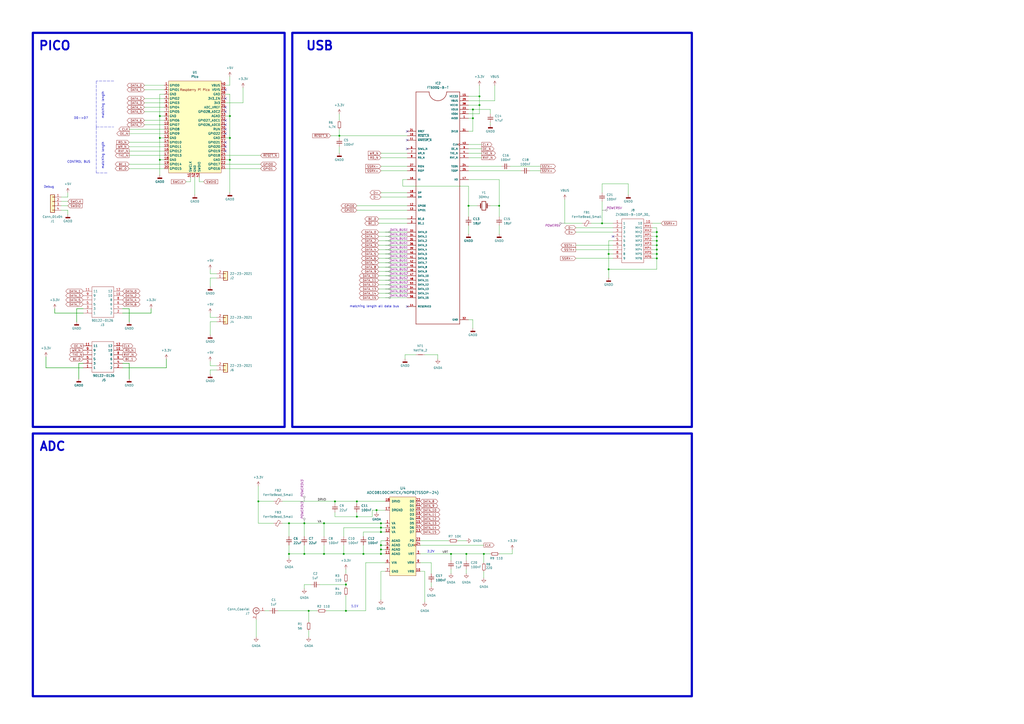
<source format=kicad_sch>
(kicad_sch (version 20231120) (generator "eeschema") (generator_version "8.0")
  (paper "A2")
  (title_block (title "PICO FT600") (date "2024-05-19") (rev "R01") (company "ICTAMKY.COM") (comment 1 "By leevawns"))
  (lib_symbols
    (symbol "+3.3V_1" (power) (pin_numbers hide) (pin_names (offset 0) hide)
      (property "Value" "+3.3V" (at 0 3.556 0))
      (symbol "+3.3V_1_1_1"
        (pin power_in line (at 0 0 90) (length 0) (name "~") (number "1"))
      )
    )
    (symbol "+5V_1" (power) (pin_numbers hide) (pin_names (offset 0) hide)
      (property "Value" "+5V" (at 0 3.556 0))
      (symbol "+5V_1_1_1"
        (pin power_in line (at 0 0 90) (length 0) hide (name "+5V") (number "1"))
      )
    )
    (symbol "Connector:Conn_Coaxial" (pin_names (offset 1.016) hide)
      (property "Reference" "J" (at 0.254 3.048 0))
      (property "Value" "Conn_Coaxial" (at 2.921 0 90))
      (symbol "Conn_Coaxial_1_1"
        (pin passive line (at -5.08 0 0) (length 2.54) (name "In") (number "1"))
        (pin passive line (at 0 -5.08 90) (length 2.54) (name "Ext") (number "2"))
      )
    )
    (symbol "Connector_Generic:Conn_01x02" (pin_names (offset 1.016) hide)
      (property "Reference" "J" (at 0 2.54 0))
      (property "Value" "Conn_01x02" (at 0 -5.08 0))
      (symbol "Conn_01x02_1_1"
        (pin passive line (at -5.08 0 0) (length 3.81) (name "Pin_1") (number "1"))
        (pin passive line (at -5.08 -2.54 0) (length 3.81) (name "Pin_2") (number "2"))
      )
    )
    (symbol "Connector_Generic:Conn_01x04" (pin_names (offset 1.016) hide)
      (property "Reference" "J" (at 0 5.08 0))
      (property "Value" "Conn_01x04" (at 0 -7.62 0))
      (symbol "Conn_01x04_1_1"
        (pin passive line (at -5.08 2.54 0) (length 3.81) (name "Pin_1") (number "1"))
        (pin passive line (at -5.08 0 0) (length 3.81) (name "Pin_2") (number "2"))
        (pin passive line (at -5.08 -2.54 0) (length 3.81) (name "Pin_3") (number "3"))
        (pin passive line (at -5.08 -5.08 0) (length 3.81) (name "Pin_4") (number "4"))
      )
    )
    (symbol "Device:C_Small" (pin_numbers hide) (pin_names (offset 0.254) hide)
      (property "Reference" "C" (at 0.254 1.778 0))
      (property "Value" "C_Small" (at 0.254 -2.032 0))
      (symbol "C_Small_1_1"
        (pin passive line (at 0 2.54 270) (length 2.032) (name "~") (number "1"))
        (pin passive line (at 0 -2.54 90) (length 2.032) (name "~") (number "2"))
      )
    )
    (symbol "Device:Crystal" (pin_numbers hide) (pin_names (offset 1.016) hide)
      (property "Reference" "Y" (at 0 3.81 0))
      (property "Value" "Crystal" (at 0 -3.81 0))
      (symbol "Crystal_1_1"
        (pin passive line (at -3.81 0 0) (length 1.27) (name "1") (number "1"))
        (pin passive line (at 3.81 0 180) (length 1.27) (name "2") (number "2"))
      )
    )
    (symbol "Device:FerriteBead_Small" (pin_numbers hide) (pin_names (offset 0))
      (property "Reference" "FB" (at 1.905 1.27 0))
      (property "Value" "FerriteBead_Small" (at 1.905 -1.27 0))
      (symbol "FerriteBead_Small_1_1"
        (pin passive line (at 0 2.54 270) (length 1.27) (name "~") (number "1"))
        (pin passive line (at 0 -2.54 90) (length 1.27) (name "~") (number "2"))
      )
    )
    (symbol "Device:NetTie_2" (pin_numbers hide) (pin_names (offset 0) hide) (in_bom no)
      (property "Reference" "NT" (at 0 1.27 0))
      (property "Value" "NetTie_2" (at 0 -1.27 0))
      (symbol "NetTie_2_1_1"
        (pin passive line (at -2.54 0 0) (length 2.54) (name "1") (number "1"))
        (pin passive line (at 2.54 0 180) (length 2.54) (name "2") (number "2"))
      )
    )
    (symbol "Device:R_Small" (pin_numbers hide) (pin_names (offset 0.254) hide)
      (property "Reference" "R" (at 0.762 0.508 0))
      (property "Value" "R_Small" (at 0.762 -1.016 0))
      (symbol "R_Small_1_1"
        (pin passive line (at 0 2.54 270) (length 0.762) (name "~") (number "1"))
        (pin passive line (at 0 -2.54 90) (length 0.762) (name "~") (number "2"))
      )
    )
    (symbol "ICTAMKY:613012243121" (pin_names (offset 0.762))
      (property "Reference" "J" (at 2.032 -17.018 0))
      (property "Value" "613012243121" (at 1.27 -19.558 0))
      (symbol "613012243121_0_0"
        (pin passive line (at 0 0 0) (length 5.08) (name "1") (number "1"))
        (pin passive line (at 22.86 -10.16 180) (length 5.08) (name "10") (number "10"))
        (pin passive line (at 0 -12.7 0) (length 5.08) (name "11") (number "11"))
        (pin passive line (at 22.86 -12.7 180) (length 5.08) (name "12") (number "12"))
        (pin passive line (at 22.86 0 180) (length 5.08) (name "2") (number "2"))
        (pin passive line (at 0 -2.54 0) (length 5.08) (name "3") (number "3"))
        (pin passive line (at 22.86 -2.54 180) (length 5.08) (name "4") (number "4"))
        (pin passive line (at 0 -5.08 0) (length 5.08) (name "5") (number "5"))
        (pin passive line (at 22.86 -5.08 180) (length 5.08) (name "6") (number "6"))
        (pin passive line (at 0 -7.62 0) (length 5.08) (name "7") (number "7"))
        (pin passive line (at 22.86 -7.62 180) (length 5.08) (name "8") (number "8"))
        (pin passive line (at 0 -10.16 0) (length 5.08) (name "9") (number "9"))
      )
    )
    (symbol "ICTAMKY:ADC08100CIMTCX/NOPB(TSSOP-24)" (pin_names (offset 1.016))
      (property "Reference" "U" (at -5.08 24.13 0))
      (property "Value" "ADC08100CIMTCX/NOPB(TSSOP-24)" (at 0 -25.4 0))
      (symbol "ADC08100CIMTCX/NOPB(TSSOP-24)_1_1"
        (pin power_in line (at -10.16 7.62 0) (length 2.54) (name "VA") (number "1"))
        (pin input line (at 10.16 -20.32 180) (length 2.54) (name "VRB") (number "10"))
        (pin power_in line (at -10.16 -10.16 0) (length 2.54) (name "AGND") (number "11"))
        (pin power_in line (at -10.16 2.54 0) (length 2.54) (name "VA") (number "12"))
        (pin output line (at 10.16 2.54 180) (length 2.54) (name "D7") (number "13"))
        (pin output line (at 10.16 5.08 180) (length 2.54) (name "D6") (number "14"))
        (pin output line (at 10.16 7.62 180) (length 2.54) (name "D5") (number "15"))
        (pin output line (at 10.16 10.16 180) (length 2.54) (name "D4") (number "16"))
        (pin power_in line (at -10.16 15.24 0) (length 2.54) (name "DRGND") (number "17"))
        (pin power_in line (at -10.16 20.32 0) (length 2.54) (name "DRVD") (number "18"))
        (pin output line (at 10.16 12.7 180) (length 2.54) (name "D3") (number "19"))
        (pin power_in line (at -10.16 -2.54 0) (length 2.54) (name "AGND") (number "2"))
        (pin output line (at 10.16 15.24 180) (length 2.54) (name "D2") (number "20"))
        (pin output line (at 10.16 17.78 180) (length 2.54) (name "D1") (number "21"))
        (pin output line (at 10.16 20.32 180) (length 2.54) (name "D0") (number "22"))
        (pin input line (at 10.16 -2.54 180) (length 2.54) (name "PD") (number "23"))
        (pin input clock (at 10.16 -5.08 180) (length 2.54) (name "CLK") (number "24"))
        (pin input line (at 10.16 -10.16 180) (length 2.54) (name "VRT") (number "3"))
        (pin power_in line (at -10.16 5.08 0) (length 2.54) (name "VA") (number "4"))
        (pin power_in line (at -10.16 -5.08 0) (length 2.54) (name "AGND") (number "5"))
        (pin input line (at -10.16 -15.24 0) (length 2.54) (name "VIN") (number "6"))
        (pin power_in line (at -10.16 -20.32 0) (length 2.54) (name "GND") (number "7"))
        (pin power_in line (at -10.16 -7.62 0) (length 2.54) (name "AGND") (number "8"))
        (pin input line (at 10.16 -15.24 180) (length 2.54) (name "VRM") (number "9"))
      )
    )
    (symbol "New_Library:FT600Q-B-T" (pin_names (offset 1.016))
      (property "Reference" "IC" (at -12.7403 76.4414 0))
      (property "Value" "FT600Q-B-T" (at -12.7201 -76.3208 0))
      (symbol "FT600Q-B-T_0_0"
        (pin power_in line (at 17.78 53.34 180) (length 5.08) (name "AVDD") (number "1"))
        (pin input line (at -17.78 43.18 0) (length 5.08) (name "~{RESET_N}") (number "10"))
        (pin input line (at -17.78 40.64 0) (length 5.08) (name "~{WAKEUP_N}") (number "11"))
        (pin bidirectional line (at -17.78 2.54 0) (length 5.08) (name "GPIO0") (number "12"))
        (pin bidirectional line (at -17.78 0 0) (length 5.08) (name "GPIO1") (number "13"))
        (pin bidirectional line (at -17.78 -55.88 0) (length 5.08) (name "RESERVED") (number "14"))
        (pin power_in line (at 17.78 66.04 180) (length 5.08) (name "VCC33") (number "15"))
        (pin input line (at -17.78 17.78 0) (length 5.08) (name "XI") (number "16"))
        (pin output line (at 17.78 17.78 180) (length 5.08) (name "XO") (number "17"))
        (pin bidirectional line (at -17.78 10.16 0) (length 5.08) (name "DP") (number "18"))
        (pin bidirectional line (at -17.78 -5.08 0) (length 5.08) (name "BE_0") (number "2"))
        (pin bidirectional line (at -17.78 7.62 0) (length 5.08) (name "DM") (number "20"))
        (pin input line (at -17.78 45.72 0) (length 5.08) (name "RREF") (number "21"))
        (pin power_in line (at 17.78 55.88 180) (length 5.08) (name "VDDA") (number "22"))
        (pin power_in line (at 17.78 58.42 180) (length 5.08) (name "VD10") (number "23"))
        (pin output line (at 17.78 25.4 180) (length 5.08) (name "TODN") (number "24"))
        (pin output line (at 17.78 22.86 180) (length 5.08) (name "TODP") (number "25"))
        (pin input line (at -17.78 25.4 0) (length 5.08) (name "RIDN") (number "27"))
        (pin input line (at -17.78 22.86 0) (length 5.08) (name "RIDP") (number "28"))
        (pin power_in line (at 17.78 63.5 180) (length 5.08) (name "VBUS") (number "29"))
        (pin bidirectional line (at -17.78 -7.62 0) (length 5.08) (name "BE_1") (number "3"))
        (pin output line (at 17.78 45.72 180) (length 5.08) (name "DV10") (number "31"))
        (pin passive line (at 17.78 -63.5 180) (length 5.08) (name "GND") (number "32"))
        (pin bidirectional line (at -17.78 -12.7 0) (length 5.08) (name "DATA_0") (number "33"))
        (pin bidirectional line (at -17.78 -15.24 0) (length 5.08) (name "DATA_1") (number "34"))
        (pin bidirectional line (at -17.78 -17.78 0) (length 5.08) (name "DATA_2") (number "35"))
        (pin bidirectional line (at -17.78 -20.32 0) (length 5.08) (name "DATA_3") (number "36"))
        (pin power_in line (at 17.78 60.96 180) (length 5.08) (name "VCCIO") (number "38"))
        (pin bidirectional line (at -17.78 -22.86 0) (length 5.08) (name "DATA_4") (number "39"))
        (pin output line (at 17.78 33.02 180) (length 5.08) (name "TXE_N") (number "4"))
        (pin bidirectional line (at -17.78 -25.4 0) (length 5.08) (name "DATA_5") (number "40"))
        (pin bidirectional line (at -17.78 -27.94 0) (length 5.08) (name "DATA_6") (number "41"))
        (pin bidirectional line (at -17.78 -30.48 0) (length 5.08) (name "DATA_7") (number "42"))
        (pin output clock (at 17.78 38.1 180) (length 5.08) (name "CLK") (number "43"))
        (pin bidirectional line (at -17.78 -33.02 0) (length 5.08) (name "DATA_8") (number "45"))
        (pin bidirectional line (at -17.78 -35.56 0) (length 5.08) (name "DATA_9") (number "46"))
        (pin bidirectional line (at -17.78 -38.1 0) (length 5.08) (name "DATA_10") (number "47"))
        (pin bidirectional line (at -17.78 -40.64 0) (length 5.08) (name "DATA_11") (number "48"))
        (pin output line (at 17.78 30.48 180) (length 5.08) (name "RXF_N") (number "5"))
        (pin bidirectional line (at -17.78 -43.18 0) (length 5.08) (name "DATA_12") (number "53"))
        (pin bidirectional line (at -17.78 -45.72 0) (length 5.08) (name "DATA_13") (number "54"))
        (pin bidirectional line (at -17.78 -48.26 0) (length 5.08) (name "DATA_14") (number "55"))
        (pin bidirectional line (at -17.78 -50.8 0) (length 5.08) (name "DATA_15") (number "56"))
        (pin input line (at -17.78 35.56 0) (length 5.08) (name "SIWU_N") (number "6"))
        (pin input line (at -17.78 33.02 0) (length 5.08) (name "WR_N") (number "7"))
        (pin input line (at -17.78 30.48 0) (length 5.08) (name "RD_N") (number "8"))
        (pin output line (at 17.78 35.56 180) (length 5.08) (name "OE_N") (number "9"))
      )
    )
    (symbol "PICO_ADC_Test:Pico"
      (property "Reference" "U" (at -13.97 27.94 0))
      (property "Value" "Pico" (at 0 19.05 0))
      (symbol "Pico_0_0"
        (text "Raspberry Pi Pico" (at 0 21.59 0) (effects (font (size 1.27 1.27))))
      )
      (symbol "Pico_1_1"
        (pin bidirectional line (at -17.78 24.13 0) (length 2.54) (name "GPIO0") (number "1"))
        (pin bidirectional line (at -17.78 1.27 0) (length 2.54) (name "GPIO7") (number "10"))
        (pin bidirectional line (at -17.78 -1.27 0) (length 2.54) (name "GPIO8") (number "11"))
        (pin bidirectional line (at -17.78 -3.81 0) (length 2.54) (name "GPIO9") (number "12"))
        (pin power_in line (at -17.78 -6.35 0) (length 2.54) (name "GND") (number "13"))
        (pin bidirectional line (at -17.78 -8.89 0) (length 2.54) (name "GPIO10") (number "14"))
        (pin bidirectional line (at -17.78 -11.43 0) (length 2.54) (name "GPIO11") (number "15"))
        (pin bidirectional line (at -17.78 -13.97 0) (length 2.54) (name "GPIO12") (number "16"))
        (pin bidirectional line (at -17.78 -16.51 0) (length 2.54) (name "GPIO13") (number "17"))
        (pin power_in line (at -17.78 -19.05 0) (length 2.54) (name "GND") (number "18"))
        (pin bidirectional line (at -17.78 -21.59 0) (length 2.54) (name "GPIO14") (number "19"))
        (pin bidirectional line (at -17.78 21.59 0) (length 2.54) (name "GPIO1") (number "2"))
        (pin bidirectional line (at -17.78 -24.13 0) (length 2.54) (name "GPIO15") (number "20"))
        (pin bidirectional line (at 17.78 -24.13 180) (length 2.54) (name "GPIO16") (number "21"))
        (pin bidirectional line (at 17.78 -21.59 180) (length 2.54) (name "GPIO17") (number "22"))
        (pin power_in line (at 17.78 -19.05 180) (length 2.54) (name "GND") (number "23"))
        (pin bidirectional line (at 17.78 -16.51 180) (length 2.54) (name "GPIO18") (number "24"))
        (pin bidirectional line (at 17.78 -13.97 180) (length 2.54) (name "GPIO19") (number "25"))
        (pin bidirectional line (at 17.78 -11.43 180) (length 2.54) (name "GPIO20") (number "26"))
        (pin bidirectional line (at 17.78 -8.89 180) (length 2.54) (name "GPIO21") (number "27"))
        (pin power_in line (at 17.78 -6.35 180) (length 2.54) (name "GND") (number "28"))
        (pin bidirectional line (at 17.78 -3.81 180) (length 2.54) (name "GPIO22") (number "29"))
        (pin power_in line (at -17.78 19.05 0) (length 2.54) (name "GND") (number "3"))
        (pin input line (at 17.78 -1.27 180) (length 2.54) (name "RUN") (number "30"))
        (pin bidirectional line (at 17.78 1.27 180) (length 2.54) (name "GPIO26_ADC0") (number "31"))
        (pin bidirectional line (at 17.78 3.81 180) (length 2.54) (name "GPIO27_ADC1") (number "32"))
        (pin power_in line (at 17.78 6.35 180) (length 2.54) (name "AGND") (number "33"))
        (pin bidirectional line (at 17.78 8.89 180) (length 2.54) (name "GPIO28_ADC2") (number "34"))
        (pin power_in line (at 17.78 11.43 180) (length 2.54) (name "ADC_VREF") (number "35"))
        (pin power_in line (at 17.78 13.97 180) (length 2.54) (name "3V3") (number "36"))
        (pin input line (at 17.78 16.51 180) (length 2.54) (name "3V3_EN") (number "37"))
        (pin bidirectional line (at 17.78 19.05 180) (length 2.54) (name "GND") (number "38"))
        (pin power_in line (at 17.78 21.59 180) (length 2.54) (name "VSYS") (number "39"))
        (pin bidirectional line (at -17.78 16.51 0) (length 2.54) (name "GPIO2") (number "4"))
        (pin power_in line (at 17.78 24.13 180) (length 2.54) (name "VBUS") (number "40"))
        (pin input line (at -2.54 -29.21 90) (length 2.54) (name "SWCLK") (number "41"))
        (pin power_in line (at 0 -29.21 90) (length 2.54) (name "GND") (number "42"))
        (pin bidirectional line (at 2.54 -29.21 90) (length 2.54) (name "SWDIO") (number "43"))
        (pin bidirectional line (at -17.78 13.97 0) (length 2.54) (name "GPIO3") (number "5"))
        (pin bidirectional line (at -17.78 11.43 0) (length 2.54) (name "GPIO4") (number "6"))
        (pin bidirectional line (at -17.78 8.89 0) (length 2.54) (name "GPIO5") (number "7"))
        (pin power_in line (at -17.78 6.35 0) (length 2.54) (name "GND") (number "8"))
        (pin bidirectional line (at -17.78 3.81 0) (length 2.54) (name "GPIO6") (number "9"))
      )
    )
    (symbol "SamacSys_Parts:ZX360D-B-10P_30_" (pin_names (offset 0.762))
      (property "Reference" "J" (at 19.05 7.62 0))
      (property "Value" "ZX360D-B-10P_30_" (at 19.05 5.08 0))
      (symbol "ZX360D-B-10P_30__0_0"
        (pin passive line (at 0 0 0) (length 5.08) (name "1") (number "1"))
        (pin passive line (at 22.86 0 180) (length 5.08) (name "10") (number "10"))
        (pin passive line (at 0 -2.54 0) (length 5.08) (name "2") (number "2"))
        (pin passive line (at 0 -5.08 0) (length 5.08) (name "3") (number "3"))
        (pin passive line (at 0 -7.62 0) (length 5.08) (name "4") (number "4"))
        (pin passive line (at 0 -10.16 0) (length 5.08) (name "5") (number "5"))
        (pin passive line (at 0 -12.7 0) (length 5.08) (name "6") (number "6"))
        (pin passive line (at 0 -15.24 0) (length 5.08) (name "7") (number "7"))
        (pin passive line (at 0 -17.78 0) (length 5.08) (name "8") (number "8"))
        (pin passive line (at 0 -20.32 0) (length 5.08) (name "9") (number "9"))
        (pin passive line (at 22.86 -2.54 180) (length 5.08) (name "MH1") (number "MH1"))
        (pin passive line (at 22.86 -5.08 180) (length 5.08) (name "MH2") (number "MH2"))
        (pin passive line (at 22.86 -7.62 180) (length 5.08) (name "MP1") (number "MP1"))
        (pin passive line (at 22.86 -10.16 180) (length 5.08) (name "MP2") (number "MP2"))
        (pin passive line (at 22.86 -12.7 180) (length 5.08) (name "MP3") (number "MP3"))
        (pin passive line (at 22.86 -15.24 180) (length 5.08) (name "MP4") (number "MP4"))
        (pin passive line (at 22.86 -17.78 180) (length 5.08) (name "MP5") (number "MP5"))
        (pin passive line (at 22.86 -20.32 180) (length 5.08) (name "MP6") (number "MP6"))
      )
    )
    (symbol "power:+3.3V" (power) (pin_names (offset 0))
      (property "Value" "+3.3V" (at 0 3.556 0))
      (symbol "+3.3V_1_1"
        (pin power_in line (at 0 0 90) (length 0) hide (name "+3.3V") (number "1"))
      )
    )
    (symbol "power:+5V" (power) (pin_names (offset 0))
      (property "Value" "+5V" (at 0 3.556 0))
      (symbol "+5V_1_1"
        (pin power_in line (at 0 0 90) (length 0) hide (name "+5V") (number "1"))
      )
    )
    (symbol "power:GNDA" (power) (pin_numbers hide) (pin_names (offset 0) hide)
      (property "Value" "GNDA" (at 0 -3.81 0))
      (symbol "GNDA_1_1"
        (pin power_in line (at 0 0 270) (length 0) (name "~") (number "1"))
      )
    )
    (symbol "power:GNDD" (power) (pin_numbers hide) (pin_names (offset 0) hide)
      (property "Value" "GNDD" (at 0 -3.175 0))
      (symbol "GNDD_1_1"
        (pin power_in line (at 0 0 270) (length 0) (name "~") (number "1"))
      )
    )
    (symbol "power:VBUS" (power) (pin_numbers hide) (pin_names (offset 0) hide)
      (property "Value" "VBUS" (at 0 3.556 0))
      (symbol "VBUS_1_1"
        (pin power_in line (at 0 0 90) (length 0) (name "~") (number "1"))
      )
    )
  )
  (junction (at 149.86 290.83))
  (junction (at 92.71 92.71))
  (junction (at 220.98 306.07))
  (junction (at 133.35 67.31))
  (junction (at 218.44 295.91))
  (junction (at 133.35 92.71))
  (junction (at 187.96 321.31))
  (junction (at 353.06 147.32))
  (junction (at 167.64 321.31))
  (junction (at 167.64 303.53))
  (junction (at 381 144.78))
  (junction (at 220.98 303.53))
  (junction (at 278.13 60.96))
  (junction (at 133.35 80.01))
  (junction (at 289.56 119.38))
  (junction (at 194.31 290.83))
  (junction (at 381 137.16))
  (junction (at 280.67 321.31))
  (junction (at 176.53 321.31))
  (junction (at 207.01 290.83))
  (junction (at 207.01 299.72))
  (junction (at 271.78 119.38))
  (junction (at 196.85 78.74))
  (junction (at 278.13 55.88))
  (junction (at 274.32 63.5))
  (junction (at 381 142.24))
  (junction (at 199.39 321.31))
  (junction (at 353.06 156.21))
  (junction (at 210.82 321.31))
  (junction (at 349.25 129.54))
  (junction (at 381 139.7))
  (junction (at 220.98 316.23))
  (junction (at 270.51 321.31))
  (junction (at 381 134.62))
  (junction (at 200.66 354.33))
  (junction (at 220.98 308.61))
  (junction (at 220.98 318.77))
  (junction (at 179.07 354.33))
  (junction (at 274.32 68.58))
  (junction (at 92.71 67.31))
  (junction (at 381 149.86))
  (junction (at 200.66 339.09))
  (junction (at 92.71 80.01))
  (junction (at 176.53 303.53))
  (junction (at 381 147.32))
  (junction (at 220.98 321.31))
  (junction (at 187.96 303.53))
  (junction (at 261.62 321.31))
  (no_connect (at 355.6 137.16))
  (no_connect (at 130.81 87.63))
  (no_connect (at 236.22 177.8))
  (no_connect (at 130.81 62.23))
  (no_connect (at 130.81 74.93))
  (no_connect (at 236.22 76.2))
  (no_connect (at 130.81 57.15))
  (no_connect (at 130.81 52.07))
  (no_connect (at 130.81 64.77))
  (no_connect (at 236.22 81.28))
  (no_connect (at 130.81 82.55))
  (no_connect (at 130.81 77.47))
  (no_connect (at 130.81 85.09))
  (no_connect (at 130.81 69.85))
  (no_connect (at 236.22 86.36))
  (no_connect (at 130.81 72.39))
  (wire (pts (xy 130.81 54.61) (xy 133.35 54.61)))
  (wire (pts (xy 220.98 114.3) (xy 236.22 114.3)))
  (wire (pts (xy 223.52 295.91) (xy 218.44 295.91)))
  (wire (pts (xy 349.25 129.54) (xy 355.6 129.54)))
  (wire (pts (xy 342.9 129.54) (xy 349.25 129.54)))
  (wire (pts (xy 140.97 59.69) (xy 140.97 50.8)))
  (wire (pts (xy 121.92 212.09) (xy 121.92 209.55)))
  (wire (pts (xy 194.31 297.18) (xy 194.31 299.72)))
  (wire (pts (xy 219.71 142.24) (xy 236.22 142.24)))
  (wire (pts (xy 287.02 49.53) (xy 287.02 58.42)))
  (wire (pts (xy 215.9 295.91) (xy 215.9 299.72)))
  (wire (pts (xy 218.44 295.91) (xy 218.44 297.18)))
  (wire (pts (xy 210.82 316.23) (xy 210.82 321.31)))
  (wire (pts (xy 39.37 121.92) (xy 35.56 121.92)))
  (wire (pts (xy 199.39 306.07) (xy 220.98 306.07)))
  (wire (pts (xy 110.49 105.41) (xy 107.95 105.41)))
  (wire (pts (xy 207.01 121.92) (xy 236.22 121.92)))
  (wire (pts (xy 125.73 212.09) (xy 121.92 212.09)))
  (wire (pts (xy 353.06 156.21) (xy 381 156.21)))
  (wire (pts (xy 261.62 321.31) (xy 270.51 321.31)))
  (wire (pts (xy 349.25 116.84) (xy 349.25 129.54)))
  (wire (pts (xy 270.51 330.2) (xy 270.51 332.74)))
  (wire (pts (xy 125.73 214.63) (xy 121.92 214.63)))
  (wire (pts (xy 233.68 107.95) (xy 271.78 107.95)))
  (wire (pts (xy 378.46 144.78) (xy 381 144.78)))
  (wire (pts (xy 218.44 295.91) (xy 215.9 295.91)))
  (wire (pts (xy 200.66 330.2) (xy 200.66 332.74)))
  (wire (pts (xy 378.46 139.7) (xy 381 139.7)))
  (wire (pts (xy 220.98 318.77) (xy 220.98 316.23)))
  (wire (pts (xy 271.78 130.81) (xy 271.78 135.89)))
  (wire (pts (xy 92.71 80.01) (xy 95.25 80.01)))
  (wire (pts (xy 280.67 321.31) (xy 284.48 321.31)))
  (wire (pts (xy 219.71 162.56) (xy 236.22 162.56)))
  (wire (pts (xy 220.98 308.61) (xy 210.82 308.61)))
  (wire (pts (xy 295.91 96.52) (xy 313.69 96.52)))
  (wire (pts (xy 113.03 102.87) (xy 113.03 113.03)))
  (wire (pts (xy 271.78 60.96) (xy 278.13 60.96)))
  (wire (pts (xy 167.64 321.31) (xy 176.53 321.31)))
  (wire (pts (xy 220.98 331.47) (xy 220.98 347.98)))
  (wire (pts (xy 92.71 54.61) (xy 92.71 67.31)))
  (wire (pts (xy 130.81 67.31) (xy 133.35 67.31)))
  (wire (pts (xy 92.71 80.01) (xy 92.71 92.71)))
  (wire (pts (xy 334.01 144.78) (xy 355.6 144.78)))
  (wire (pts (xy 378.46 142.24) (xy 381 142.24)))
  (wire (pts (xy 210.82 321.31) (xy 220.98 321.31)))
  (wire (pts (xy 199.39 321.31) (xy 210.82 321.31)))
  (wire (pts (xy 179.07 360.68) (xy 179.07 354.33)))
  (wire (pts (xy 176.53 316.23) (xy 176.53 321.31)))
  (wire (pts (xy 327.66 129.54) (xy 327.66 115.57)))
  (wire (pts (xy 167.64 303.53) (xy 163.83 303.53)))
  (wire (pts (xy 334.01 149.86) (xy 355.6 149.86)))
  (wire (pts (xy 130.81 95.25) (xy 151.13 95.25)))
  (wire (pts (xy 284.48 72.39) (xy 284.48 71.12)))
  (wire (pts (xy 95.25 74.93) (xy 74.93 74.93)))
  (wire (pts (xy 381 132.08) (xy 378.46 132.08)))
  (wire (pts (xy 158.75 303.53) (xy 149.86 303.53)))
  (polyline (pts (xy 55.88 46.99) (xy 55.88 73.66)) (stroke (width 0) (type dash)))
  (wire (pts (xy 74.93 179.07) (xy 74.93 186.69)) (stroke (width 0.254)))
  (wire (pts (xy 220.98 313.69) (xy 223.52 313.69)))
  (wire (pts (xy 243.84 316.23) (xy 280.67 316.23)))
  (wire (pts (xy 271.78 68.58) (xy 274.32 68.58)))
  (wire (pts (xy 234.95 208.28) (xy 234.95 205.74)))
  (wire (pts (xy 219.71 160.02) (xy 236.22 160.02)))
  (wire (pts (xy 207.01 290.83) (xy 207.01 292.1)))
  (wire (pts (xy 274.32 190.5) (xy 274.32 185.42)))
  (wire (pts (xy 39.37 124.46) (xy 39.37 121.92)))
  (wire (pts (xy 187.96 316.23) (xy 187.96 321.31)))
  (wire (pts (xy 289.56 119.38) (xy 289.56 125.73)))
  (wire (pts (xy 271.78 66.04) (xy 278.13 66.04)))
  (wire (pts (xy 215.9 299.72) (xy 207.01 299.72)))
  (wire (pts (xy 95.25 77.47) (xy 74.93 77.47)))
  (wire (pts (xy 163.83 290.83) (xy 194.31 290.83)))
  (wire (pts (xy 250.19 326.39) (xy 243.84 326.39)))
  (wire (pts (xy 364.49 106.68) (xy 349.25 106.68)))
  (wire (pts (xy 149.86 281.94) (xy 149.86 290.83)))
  (wire (pts (xy 95.25 54.61) (xy 92.71 54.61)))
  (wire (pts (xy 179.07 354.33) (xy 184.15 354.33)))
  (wire (pts (xy 95.25 87.63) (xy 74.93 87.63)))
  (wire (pts (xy 271.78 96.52) (xy 290.83 96.52)))
  (wire (pts (xy 220.98 318.77) (xy 223.52 318.77)))
  (wire (pts (xy 191.77 78.74) (xy 196.85 78.74)))
  (wire (pts (xy 278.13 55.88) (xy 278.13 49.53)))
  (wire (pts (xy 243.84 313.69) (xy 260.35 313.69)))
  (wire (pts (xy 121.92 186.69) (xy 121.92 194.31)))
  (wire (pts (xy 381 134.62) (xy 381 132.08)))
  (wire (pts (xy 219.71 137.16) (xy 236.22 137.16)))
  (wire (pts (xy 176.53 303.53) (xy 167.64 303.53)))
  (wire (pts (xy 95.25 95.25) (xy 74.93 95.25)))
  (wire (pts (xy 349.25 106.68) (xy 349.25 111.76)))
  (wire (pts (xy 271.78 55.88) (xy 278.13 55.88)))
  (wire (pts (xy 196.85 66.04) (xy 196.85 69.85)))
  (wire (pts (xy 261.62 321.31) (xy 261.62 325.12)))
  (wire (pts (xy 199.39 316.23) (xy 199.39 321.31)))
  (wire (pts (xy 121.92 158.75) (xy 121.92 156.21)))
  (wire (pts (xy 250.19 332.74) (xy 250.19 326.39)))
  (wire (pts (xy 289.56 104.14) (xy 289.56 119.38)))
  (wire (pts (xy 271.78 99.06) (xy 302.26 99.06)))
  (wire (pts (xy 35.56 114.3) (xy 39.37 114.3)))
  (wire (pts (xy 271.78 119.38) (xy 271.78 125.73)))
  (wire (pts (xy 274.32 76.2) (xy 274.32 68.58)))
  (wire (pts (xy 71.12 210.82) (xy 74.93 210.82)) (stroke (width 0.254)))
  (wire (pts (xy 196.85 78.74) (xy 196.85 74.93)))
  (wire (pts (xy 378.46 149.86) (xy 381 149.86)))
  (wire (pts (xy 74.93 210.82) (xy 74.93 219.71)) (stroke (width 0.254)))
  (wire (pts (xy 153.67 354.33) (xy 156.21 354.33)))
  (wire (pts (xy 220.98 99.06) (xy 236.22 99.06)))
  (wire (pts (xy 274.32 63.5) (xy 284.48 63.5)))
  (wire (pts (xy 278.13 60.96) (xy 278.13 66.04)))
  (wire (pts (xy 220.98 88.9) (xy 236.22 88.9)))
  (wire (pts (xy 167.64 316.23) (xy 167.64 321.31)))
  (wire (pts (xy 83.82 72.39) (xy 95.25 72.39)))
  (wire (pts (xy 219.71 134.62) (xy 236.22 134.62)))
  (wire (pts (xy 223.52 331.47) (xy 220.98 331.47)))
  (wire (pts (xy 270.51 321.31) (xy 270.51 325.12)))
  (wire (pts (xy 210.82 308.61) (xy 210.82 311.15)))
  (wire (pts (xy 125.73 158.75) (xy 121.92 158.75)))
  (wire (pts (xy 223.52 321.31) (xy 220.98 321.31)))
  (wire (pts (xy 280.67 331.47) (xy 280.67 335.28)))
  (wire (pts (xy 280.67 321.31) (xy 280.67 326.39)))
  (wire (pts (xy 355.6 139.7) (xy 353.06 139.7)))
  (wire (pts (xy 133.35 54.61) (xy 133.35 67.31)))
  (wire (pts (xy 179.07 369.57) (xy 179.07 365.76)))
  (wire (pts (xy 121.92 214.63) (xy 121.92 217.17)))
  (wire (pts (xy 220.98 111.76) (xy 236.22 111.76)))
  (wire (pts (xy 284.48 66.04) (xy 284.48 63.5)))
  (wire (pts (xy 133.35 67.31) (xy 133.35 80.01)))
  (wire (pts (xy 353.06 147.32) (xy 355.6 147.32)))
  (wire (pts (xy 378.46 137.16) (xy 381 137.16)))
  (wire (pts (xy 176.53 303.53) (xy 187.96 303.53)))
  (wire (pts (xy 381 139.7) (xy 381 137.16)))
  (wire (pts (xy 287.02 58.42) (xy 271.78 58.42)))
  (wire (pts (xy 297.18 321.31) (xy 297.18 318.77)))
  (wire (pts (xy 270.51 321.31) (xy 280.67 321.31)))
  (wire (pts (xy 48.26 179.07) (xy 44.45 179.07)) (stroke (width 0.254)))
  (wire (pts (xy 271.78 107.95) (xy 271.78 119.38)))
  (wire (pts (xy 274.32 185.42) (xy 271.78 185.42)))
  (wire (pts (xy 212.09 326.39) (xy 223.52 326.39)))
  (wire (pts (xy 110.49 102.87) (xy 110.49 105.41)))
  (wire (pts (xy 223.52 290.83) (xy 207.01 290.83)))
  (wire (pts (xy 381 142.24) (xy 381 139.7)))
  (wire (pts (xy 279.4 86.36) (xy 271.78 86.36)))
  (wire (pts (xy 265.43 313.69) (xy 270.51 313.69)))
  (wire (pts (xy 220.98 96.52) (xy 236.22 96.52)))
  (wire (pts (xy 31.75 179.07) (xy 31.75 181.61)) (stroke (width 0.254)))
  (wire (pts (xy 381 147.32) (xy 381 144.78)))
  (wire (pts (xy 83.82 69.85) (xy 95.25 69.85)))
  (wire (pts (xy 149.86 290.83) (xy 158.75 290.83)))
  (wire (pts (xy 194.31 299.72) (xy 207.01 299.72)))
  (wire (pts (xy 219.71 149.86) (xy 236.22 149.86)))
  (wire (pts (xy 83.82 52.07) (xy 95.25 52.07)))
  (wire (pts (xy 130.81 97.79) (xy 151.13 97.79)))
  (wire (pts (xy 121.92 161.29) (xy 121.92 166.37)))
  (wire (pts (xy 219.71 129.54) (xy 236.22 129.54)))
  (wire (pts (xy 223.52 308.61) (xy 220.98 308.61)))
  (wire (pts (xy 71.12 179.07) (xy 74.93 179.07)) (stroke (width 0.254)))
  (wire (pts (xy 220.98 306.07) (xy 223.52 306.07)))
  (wire (pts (xy 176.53 303.53) (xy 176.53 311.15)))
  (wire (pts (xy 196.85 85.09) (xy 196.85 88.9)))
  (wire (pts (xy 289.56 130.81) (xy 289.56 135.89)))
  (wire (pts (xy 176.53 339.09) (xy 176.53 341.63)))
  (wire (pts (xy 187.96 303.53) (xy 220.98 303.53)))
  (wire (pts (xy 243.84 331.47) (xy 246.38 331.47)))
  (wire (pts (xy 219.71 144.78) (xy 236.22 144.78)))
  (wire (pts (xy 381 144.78) (xy 381 142.24)))
  (wire (pts (xy 95.25 85.09) (xy 74.93 85.09)))
  (wire (pts (xy 92.71 92.71) (xy 92.71 101.6)))
  (wire (pts (xy 334.01 134.62) (xy 355.6 134.62)))
  (wire (pts (xy 219.71 167.64) (xy 236.22 167.64)))
  (wire (pts (xy 353.06 156.21) (xy 353.06 161.29)))
  (wire (pts (xy 96.52 213.36) (xy 96.52 208.28)) (stroke (width 0.254)))
  (polyline (pts (xy 55.88 73.66) (xy 66.04 73.66)) (stroke (width 0) (type dash)))
  (wire (pts (xy 219.71 157.48) (xy 236.22 157.48)))
  (wire (pts (xy 83.82 57.15) (xy 95.25 57.15)))
  (polyline (pts (xy 66.04 46.99) (xy 55.88 46.99)) (stroke (width 0) (type dash)))
  (wire (pts (xy 95.25 82.55) (xy 74.93 82.55)))
  (wire (pts (xy 279.4 83.82) (xy 271.78 83.82)))
  (wire (pts (xy 246.38 205.74) (xy 254 205.74)))
  (wire (pts (xy 200.66 354.33) (xy 212.09 354.33)))
  (wire (pts (xy 125.73 184.15) (xy 121.92 184.15)))
  (wire (pts (xy 130.81 90.17) (xy 151.13 90.17)))
  (wire (pts (xy 176.53 321.31) (xy 187.96 321.31)))
  (wire (pts (xy 334.01 142.24) (xy 355.6 142.24)))
  (wire (pts (xy 200.66 339.09) (xy 200.66 340.36)))
  (wire (pts (xy 271.78 104.14) (xy 289.56 104.14)))
  (wire (pts (xy 44.45 179.07) (xy 44.45 186.69)) (stroke (width 0.254)))
  (wire (pts (xy 289.56 321.31) (xy 297.18 321.31)))
  (polyline (pts (xy 55.88 73.66) (xy 55.88 100.33)) (stroke (width 0) (type dash)))
  (wire (pts (xy 234.95 205.74) (xy 241.3 205.74)))
  (wire (pts (xy 353.06 147.32) (xy 353.06 156.21)))
  (wire (pts (xy 274.32 63.5) (xy 274.32 68.58)))
  (wire (pts (xy 233.68 104.14) (xy 233.68 107.95)))
  (wire (pts (xy 220.98 321.31) (xy 220.98 318.77)))
  (wire (pts (xy 271.78 63.5) (xy 274.32 63.5)))
  (wire (pts (xy 200.66 337.82) (xy 200.66 339.09)))
  (wire (pts (xy 35.56 119.38) (xy 39.37 119.38)))
  (wire (pts (xy 196.85 78.74) (xy 236.22 78.74)))
  (wire (pts (xy 383.54 129.54) (xy 378.46 129.54)))
  (wire (pts (xy 219.71 165.1) (xy 236.22 165.1)))
  (wire (pts (xy 130.81 92.71) (xy 133.35 92.71)))
  (wire (pts (xy 115.57 105.41) (xy 118.11 105.41)))
  (wire (pts (xy 95.25 90.17) (xy 74.93 90.17)))
  (wire (pts (xy 194.31 292.1) (xy 194.31 290.83)))
  (wire (pts (xy 87.63 179.07) (xy 87.63 181.61)) (stroke (width 0.254)))
  (wire (pts (xy 185.42 339.09) (xy 200.66 339.09)))
  (wire (pts (xy 200.66 345.44) (xy 200.66 354.33)))
  (wire (pts (xy 219.71 154.94) (xy 236.22 154.94)))
  (polyline (pts (xy 55.88 100.33) (xy 62.23 100.33)) (stroke (width 0) (type dash)))
  (wire (pts (xy 353.06 139.7) (xy 353.06 147.32)))
  (wire (pts (xy 115.57 102.87) (xy 115.57 105.41)))
  (wire (pts (xy 194.31 290.83) (xy 207.01 290.83)))
  (wire (pts (xy 254 205.74) (xy 254 208.28)))
  (wire (pts (xy 220.98 303.53) (xy 220.98 306.07)))
  (wire (pts (xy 83.82 64.77) (xy 95.25 64.77)))
  (wire (pts (xy 121.92 184.15) (xy 121.92 181.61)))
  (wire (pts (xy 219.71 127) (xy 236.22 127)))
  (wire (pts (xy 219.71 170.18) (xy 236.22 170.18)))
  (wire (pts (xy 381 137.16) (xy 381 134.62)))
  (wire (pts (xy 133.35 80.01) (xy 130.81 80.01)))
  (wire (pts (xy 261.62 330.2) (xy 261.62 332.74)))
  (wire (pts (xy 219.71 147.32) (xy 236.22 147.32)))
  (wire (pts (xy 219.71 139.7) (xy 236.22 139.7)))
  (wire (pts (xy 219.71 152.4) (xy 236.22 152.4)))
  (wire (pts (xy 279.4 91.44) (xy 271.78 91.44)))
  (wire (pts (xy 381 149.86) (xy 381 147.32)))
  (wire (pts (xy 26.67 213.36) (xy 48.26 213.36)) (stroke (width 0.254)))
  (wire (pts (xy 87.63 181.61) (xy 71.12 181.61)) (stroke (width 0.254)))
  (wire (pts (xy 187.96 321.31) (xy 199.39 321.31)))
  (wire (pts (xy 45.72 210.82) (xy 45.72 219.71)) (stroke (width 0.254)))
  (wire (pts (xy 207.01 119.38) (xy 236.22 119.38)))
  (wire (pts (xy 271.78 76.2) (xy 274.32 76.2)))
  (wire (pts (xy 161.29 354.33) (xy 179.07 354.33)))
  (wire (pts (xy 220.98 306.07) (xy 220.98 308.61)))
  (wire (pts (xy 220.98 316.23) (xy 223.52 316.23)))
  (wire (pts (xy 250.19 337.82) (xy 250.19 340.36)))
  (wire (pts (xy 31.75 181.61) (xy 48.26 181.61)) (stroke (width 0.254)))
  (wire (pts (xy 35.56 116.84) (xy 39.37 116.84)))
  (wire (pts (xy 130.81 59.69) (xy 140.97 59.69)))
  (wire (pts (xy 278.13 60.96) (xy 278.13 55.88)))
  (wire (pts (xy 148.59 359.41) (xy 148.59 369.57)))
  (wire (pts (xy 212.09 326.39) (xy 212.09 354.33)))
  (wire (pts (xy 149.86 303.53) (xy 149.86 290.83)))
  (wire (pts (xy 243.84 321.31) (xy 261.62 321.31)))
  (wire (pts (xy 189.23 354.33) (xy 200.66 354.33)))
  (wire (pts (xy 378.46 134.62) (xy 381 134.62)))
  (wire (pts (xy 83.82 59.69) (xy 95.25 59.69)))
  (wire (pts (xy 92.71 67.31) (xy 95.25 67.31)))
  (wire (pts (xy 133.35 49.53) (xy 130.81 49.53)))
  (wire (pts (xy 381 156.21) (xy 381 149.86)))
  (wire (pts (xy 26.67 207.01) (xy 26.67 213.36)) (stroke (width 0.254)))
  (wire (pts (xy 133.35 44.45) (xy 133.35 49.53)))
  (wire (pts (xy 207.01 297.18) (xy 207.01 299.72)))
  (wire (pts (xy 199.39 306.07) (xy 199.39 311.15)))
  (wire (pts (xy 167.64 321.31) (xy 167.64 323.85)))
  (wire (pts (xy 289.56 119.38) (xy 284.48 119.38)))
  (wire (pts (xy 167.64 303.53) (xy 167.64 311.15)))
  (wire (pts (xy 219.71 172.72) (xy 236.22 172.72)))
  (wire (pts (xy 95.25 97.79) (xy 74.93 97.79)))
  (wire (pts (xy 220.98 91.44) (xy 236.22 91.44)))
  (wire (pts (xy 125.73 186.69) (xy 121.92 186.69)))
  (wire (pts (xy 48.26 210.82) (xy 45.72 210.82)) (stroke (width 0.254)))
  (wire (pts (xy 307.34 99.06) (xy 313.69 99.06)))
  (wire (pts (xy 133.35 92.71) (xy 133.35 111.76)))
  (wire (pts (xy 187.96 303.53) (xy 187.96 311.15)))
  (wire (pts (xy 83.82 62.23) (xy 95.25 62.23)))
  (wire (pts (xy 279.4 88.9) (xy 271.78 88.9)))
  (wire (pts (xy 92.71 67.31) (xy 92.71 80.01)))
  (wire (pts (xy 196.85 78.74) (xy 196.85 80.01)))
  (wire (pts (xy 133.35 92.71) (xy 133.35 80.01)))
  (wire (pts (xy 378.46 147.32) (xy 381 147.32)))
  (wire (pts (xy 92.71 92.71) (xy 95.25 92.71)))
  (wire (pts (xy 220.98 316.23) (xy 220.98 313.69)))
  (wire (pts (xy 236.22 104.14) (xy 233.68 104.14)))
  (wire (pts (xy 71.12 213.36) (xy 96.52 213.36)) (stroke (width 0.254)))
  (wire (pts (xy 220.98 303.53) (xy 223.52 303.53)))
  (wire (pts (xy 83.82 49.53) (xy 95.25 49.53)))
  (wire (pts (xy 334.01 132.08) (xy 355.6 132.08)))
  (wire (pts (xy 180.34 339.09) (xy 176.53 339.09)))
  (wire (pts (xy 327.66 129.54) (xy 337.82 129.54)))
  (wire (pts (xy 271.78 119.38) (xy 276.86 119.38)))
  (wire (pts (xy 246.38 331.47) (xy 246.38 349.25)))
  (wire (pts (xy 364.49 113.03) (xy 364.49 106.68)))
  (wire (pts (xy 39.37 114.3) (xy 39.37 111.76)))
  (wire (pts (xy 125.73 161.29) (xy 121.92 161.29)))
  (rectangle (start 19.05 251.46) (end 401.32 403.86) (stroke (width 1.27)))
  (rectangle (start 169.545 19.05) (end 401.32 247.65) (stroke (width 1.27)))
  (rectangle (start 19.05 19.05) (end 165.1 247.65) (stroke (width 1.27)))
  (text "ADC" (at 30.48 259.08 0) (effects (font (size 5.08 5.08) (thickness 1.016) (bold yes))))
  (text "CONTROL BUS" (at 45.72 93.98 0) (effects (font (size 1.27 1.27))))
  (text "USB" (at 185.42 26.67 0) (effects (font (size 5.08 5.08) (thickness 1.016) (bold yes))))
  (text "matching length" (at 59.69 60.96 90) (effects (font (size 1.27 1.27))))
  (text "2.2V" (at 249.936 320.04 0) (effects (font (size 1.27 1.27))))
  (text "PICO" (at 31.75 26.67 0) (effects (font (size 5.08 5.08) (thickness 1.016) (bold yes))))
  (text "1.1V" (at 205.74 351.79 0) (effects (font (size 1.27 1.27))))
  (text "Debug" (at 25.4 109.22 0) (effects (font (size 1.27 1.27)) (justify left bottom)))
  (text "matching length all data bus" (at 217.17 177.8 0) (effects (font (size 1.27 1.27))))
  (text "D0->D7" (at 46.99 68.58 0) (effects (font (size 1.27 1.27))))
  (text "matching length" (at 59.69 90.17 90) (effects (font (size 1.27 1.27))))
  (label "VA" (at 184.15 303.53 0))
  (label "DRVD" (at 184.15 290.83 0))
  (label "VRT" (at 256.54 321.31 0))
  (global_label "BE_0" (shape bidirectional) (at 74.93 97.79 180) (property "Intersheetrefs" "${INTERSHEET_REFS}" (effects (hide yes))))
  (global_label "SSRX-" (shape input) (at 334.01 149.86 180) (property "Intersheetrefs" "${INTERSHEET_REFS}" (effects (hide yes))))
  (global_label "DATA_0" (shape bidirectional) (at 219.71 134.62 180) (property "Intersheetrefs" "${INTERSHEET_REFS}" (effects (hide yes))))
  (global_label "DATA_3" (shape bidirectional) (at 219.71 142.24 180) (property "Intersheetrefs" "${INTERSHEET_REFS}" (effects (hide yes))))
  (global_label "WR_N" (shape input) (at 220.98 88.9 180) (property "Intersheetrefs" "${INTERSHEET_REFS}" (effects (hide yes))))
  (global_label "DATA_6" (shape bidirectional) (at 71.12 176.53 0) (property "Intersheetrefs" "${INTERSHEET_REFS}" (effects (hide yes))))
  (global_label "DATA_2" (shape bidirectional) (at 83.82 57.15 180) (property "Intersheetrefs" "${INTERSHEET_REFS}" (effects (hide yes))))
  (global_label "DATA_2" (shape bidirectional) (at 219.71 139.7 180) (property "Intersheetrefs" "${INTERSHEET_REFS}" (effects (hide yes))))
  (global_label "CLK" (shape output) (at 280.67 316.23 0) (property "Intersheetrefs" "${INTERSHEET_REFS}" (effects (hide yes))))
  (global_label "DATA_1" (shape bidirectional) (at 219.71 137.16 180) (property "Intersheetrefs" "${INTERSHEET_REFS}" (effects (hide yes))))
  (global_label "DATA_15" (shape bidirectional) (at 219.71 172.72 180) (property "Intersheetrefs" "${INTERSHEET_REFS}" (effects (hide yes))))
  (global_label "DATA_13" (shape bidirectional) (at 243.84 303.53 0) (property "Intersheetrefs" "${INTERSHEET_REFS}" (effects (hide yes))))
  (global_label "WR_N" (shape input) (at 74.93 85.09 180) (property "Intersheetrefs" "${INTERSHEET_REFS}" (effects (hide yes))))
  (global_label "DATA_1" (shape bidirectional) (at 48.26 168.91 180) (property "Intersheetrefs" "${INTERSHEET_REFS}" (effects (hide yes))))
  (global_label "DATA_13" (shape bidirectional) (at 219.71 167.64 180) (property "Intersheetrefs" "${INTERSHEET_REFS}" (effects (hide yes))))
  (global_label "SSRX+" (shape input) (at 383.54 129.54 0) (property "Intersheetrefs" "${INTERSHEET_REFS}" (effects (hide yes))))
  (global_label "DATA_9" (shape bidirectional) (at 219.71 157.48 180) (property "Intersheetrefs" "${INTERSHEET_REFS}" (effects (hide yes))))
  (global_label "DATA_7" (shape bidirectional) (at 48.26 176.53 180) (property "Intersheetrefs" "${INTERSHEET_REFS}" (effects (hide yes))))
  (global_label "CLK" (shape output) (at 279.4 83.82 0) (property "Intersheetrefs" "${INTERSHEET_REFS}" (effects (hide yes))))
  (global_label "DATA_0" (shape bidirectional) (at 71.12 168.91 0) (property "Intersheetrefs" "${INTERSHEET_REFS}" (effects (hide yes))))
  (global_label "DATA_4" (shape bidirectional) (at 219.71 144.78 180) (property "Intersheetrefs" "${INTERSHEET_REFS}" (effects (hide yes))))
  (global_label "DATA_0" (shape bidirectional) (at 83.82 49.53 180) (property "Intersheetrefs" "${INTERSHEET_REFS}" (effects (hide yes))))
  (global_label "BE_1" (shape bidirectional) (at 74.93 95.25 180) (property "Intersheetrefs" "${INTERSHEET_REFS}" (effects (hide yes))))
  (global_label "DATA_6" (shape bidirectional) (at 219.71 149.86 180) (property "Intersheetrefs" "${INTERSHEET_REFS}" (effects (hide yes))))
  (global_label "SWDIO" (shape input) (at 118.11 105.41 0) (property "Intersheetrefs" "${INTERSHEET_REFS}" (effects (hide yes))))
  (global_label "TXE_N" (shape output) (at 279.4 88.9 0) (property "Intersheetrefs" "${INTERSHEET_REFS}" (effects (hide yes))))
  (global_label "D+" (shape bidirectional) (at 334.01 134.62 180) (property "Intersheetrefs" "${INTERSHEET_REFS}" (effects (hide yes))))
  (global_label "DATA_11" (shape bidirectional) (at 219.71 162.56 180) (property "Intersheetrefs" "${INTERSHEET_REFS}" (effects (hide yes))))
  (global_label "SSTX+" (shape output) (at 313.69 99.06 0) (property "Intersheetrefs" "${INTERSHEET_REFS}" (effects (hide yes))))
  (global_label "RXF_N" (shape output) (at 71.12 205.74 0) (property "Intersheetrefs" "${INTERSHEET_REFS}" (effects (hide yes))))
  (global_label "SSTX+" (shape output) (at 334.01 144.78 180) (property "Intersheetrefs" "${INTERSHEET_REFS}" (effects (hide yes))))
  (global_label "TXE_N" (shape output) (at 74.93 90.17 180) (property "Intersheetrefs" "${INTERSHEET_REFS}" (effects (hide yes))))
  (global_label "DATA_4" (shape bidirectional) (at 71.12 173.99 0) (property "Intersheetrefs" "${INTERSHEET_REFS}" (effects (hide yes))))
  (global_label "DATA_10" (shape bidirectional) (at 219.71 160.02 180) (property "Intersheetrefs" "${INTERSHEET_REFS}" (effects (hide yes))))
  (global_label "SWDIO" (shape input) (at 39.37 119.38 0) (property "Intersheetrefs" "${INTERSHEET_REFS}" (effects (hide yes))))
  (global_label "BE_0" (shape bidirectional) (at 219.71 127 180) (property "Intersheetrefs" "${INTERSHEET_REFS}" (effects (hide yes))))
  (global_label "DATA_14" (shape bidirectional) (at 243.84 306.07 0) (property "Intersheetrefs" "${INTERSHEET_REFS}" (effects (hide yes))))
  (global_label "DATA_7" (shape bidirectional) (at 219.71 152.4 180) (property "Intersheetrefs" "${INTERSHEET_REFS}" (effects (hide yes))))
  (global_label "DATA_9" (shape bidirectional) (at 243.84 293.37 0) (property "Intersheetrefs" "${INTERSHEET_REFS}" (effects (hide yes))))
  (global_label "SSRX-" (shape input) (at 220.98 96.52 180) (property "Intersheetrefs" "${INTERSHEET_REFS}" (effects (hide yes))))
  (global_label "RD_N" (shape input) (at 74.93 82.55 180) (property "Intersheetrefs" "${INTERSHEET_REFS}" (effects (hide yes))))
  (global_label "DATA_4" (shape bidirectional) (at 83.82 62.23 180) (property "Intersheetrefs" "${INTERSHEET_REFS}" (effects (hide yes))))
  (global_label "WR_N" (shape input) (at 48.26 203.2 180) (property "Intersheetrefs" "${INTERSHEET_REFS}" (effects (hide yes))))
  (global_label "DATA_1" (shape bidirectional) (at 83.82 52.07 180) (property "Intersheetrefs" "${INTERSHEET_REFS}" (effects (hide yes))))
  (global_label "DATA_10" (shape bidirectional) (at 243.84 295.91 0) (property "Intersheetrefs" "${INTERSHEET_REFS}" (effects (hide yes))))
  (global_label "DATA_12" (shape bidirectional) (at 243.84 300.99 0) (property "Intersheetrefs" "${INTERSHEET_REFS}" (effects (hide yes))))
  (global_label "CLK" (shape output) (at 74.93 74.93 180) (property "Intersheetrefs" "${INTERSHEET_REFS}" (effects (hide yes))))
  (global_label "DATA_5" (shape bidirectional) (at 219.71 147.32 180) (property "Intersheetrefs" "${INTERSHEET_REFS}" (effects (hide yes))))
  (global_label "TXE_N" (shape output) (at 48.26 205.74 180) (property "Intersheetrefs" "${INTERSHEET_REFS}" (effects (hide yes))))
  (global_label "OE_N" (shape output) (at 48.26 200.66 180) (property "Intersheetrefs" "${INTERSHEET_REFS}" (effects (hide yes))))
  (global_label "RD_N" (shape input) (at 220.98 91.44 180) (property "Intersheetrefs" "${INTERSHEET_REFS}" (effects (hide yes))))
  (global_label "SSTX-" (shape output) (at 334.01 142.24 180) (property "Intersheetrefs" "${INTERSHEET_REFS}" (effects (hide yes))))
  (global_label "BE_1" (shape bidirectional) (at 71.12 208.28 0) (property "Intersheetrefs" "${INTERSHEET_REFS}" (effects (hide yes))))
  (global_label "RXF_N" (shape output) (at 279.4 91.44 0) (property "Intersheetrefs" "${INTERSHEET_REFS}" (effects (hide yes))))
  (global_label "DATA_6" (shape bidirectional) (at 83.82 69.85 180) (property "Intersheetrefs" "${INTERSHEET_REFS}" (effects (hide yes))))
  (global_label "SWCLK" (shape input) (at 107.95 105.41 180) (property "Intersheetrefs" "${INTERSHEET_REFS}" (effects (hide yes))))
  (global_label "OE_N" (shape output) (at 279.4 86.36 0) (property "Intersheetrefs" "${INTERSHEET_REFS}" (effects (hide yes))))
  (global_label "DATA_5" (shape bidirectional) (at 48.26 173.99 180) (property "Intersheetrefs" "${INTERSHEET_REFS}" (effects (hide yes))))
  (global_label "D-" (shape bidirectional) (at 334.01 132.08 180) (property "Intersheetrefs" "${INTERSHEET_REFS}" (effects (hide yes))))
  (global_label "DATA_11" (shape bidirectional) (at 243.84 298.45 0) (property "Intersheetrefs" "${INTERSHEET_REFS}" (effects (hide yes))))
  (global_label "DATA_14" (shape bidirectional) (at 219.71 170.18 180) (property "Intersheetrefs" "${INTERSHEET_REFS}" (effects (hide yes))))
  (global_label "GPIO1" (shape bidirectional) (at 207.01 121.92 180) (property "Intersheetrefs" "${INTERSHEET_REFS}" (effects (hide yes))))
  (global_label "RXF_N" (shape output) (at 74.93 87.63 180) (property "Intersheetrefs" "${INTERSHEET_REFS}" (effects (hide yes))))
  (global_label "DATA_8" (shape bidirectional) (at 219.71 154.94 180) (property "Intersheetrefs" "${INTERSHEET_REFS}" (effects (hide yes))))
  (global_label "DATA_5" (shape bidirectional) (at 83.82 64.77 180) (property "Intersheetrefs" "${INTERSHEET_REFS}" (effects (hide yes))))
  (global_label "GPIO1" (shape bidirectional) (at 151.13 97.79 0) (property "Intersheetrefs" "${INTERSHEET_REFS}" (effects (hide yes))))
  (global_label "GPIO0" (shape bidirectional) (at 207.01 119.38 180) (property "Intersheetrefs" "${INTERSHEET_REFS}" (effects (hide yes))))
  (global_label "DATA_3" (shape bidirectional) (at 48.26 171.45 180) (property "Intersheetrefs" "${INTERSHEET_REFS}" (effects (hide yes))))
  (global_label "OE_N" (shape output) (at 74.93 77.47 180) (property "Intersheetrefs" "${INTERSHEET_REFS}" (effects (hide yes))))
  (global_label "GPIO0" (shape bidirectional) (at 151.13 95.25 0) (property "Intersheetrefs" "${INTERSHEET_REFS}" (effects (hide yes))))
  (global_label "DATA_7" (shape bidirectional) (at 83.82 72.39 180) (property "Intersheetrefs" "${INTERSHEET_REFS}" (effects (hide yes))))
  (global_label "RD_N" (shape input) (at 71.12 203.2 0) (property "Intersheetrefs" "${INTERSHEET_REFS}" (effects (hide yes))))
  (global_label "SSTX-" (shape output) (at 313.69 96.52 0) (property "Intersheetrefs" "${INTERSHEET_REFS}" (effects (hide yes))))
  (global_label "D+" (shape bidirectional) (at 220.98 111.76 180) (property "Intersheetrefs" "${INTERSHEET_REFS}" (effects (hide yes))))
  (global_label "BE_1" (shape bidirectional) (at 219.71 129.54 180) (property "Intersheetrefs" "${INTERSHEET_REFS}" (effects (hide yes))))
  (global_label "~{RESET_N}" (shape input) (at 191.77 78.74 180) (property "Intersheetrefs" "${INTERSHEET_REFS}" (effects (hide yes))))
  (global_label "SSRX+" (shape input) (at 220.98 99.06 180) (property "Intersheetrefs" "${INTERSHEET_REFS}" (effects (hide yes))))
  (global_label "BE_0" (shape bidirectional) (at 48.26 208.28 180) (property "Intersheetrefs" "${INTERSHEET_REFS}" (effects (hide yes))))
  (global_label "SWCLK" (shape input) (at 39.37 116.84 0) (property "Intersheetrefs" "${INTERSHEET_REFS}" (effects (hide yes))))
  (global_label "DATA_8" (shape bidirectional) (at 243.84 290.83 0) (property "Intersheetrefs" "${INTERSHEET_REFS}" (effects (hide yes))))
  (global_label "CLK" (shape output) (at 71.12 200.66 0) (property "Intersheetrefs" "${INTERSHEET_REFS}" (effects (hide yes))))
  (global_label "D-" (shape bidirectional) (at 220.98 114.3 180) (property "Intersheetrefs" "${INTERSHEET_REFS}" (effects (hide yes))))
  (global_label "DATA_2" (shape bidirectional) (at 71.12 171.45 0) (property "Intersheetrefs" "${INTERSHEET_REFS}" (effects (hide yes))))
  (global_label "DATA_12" (shape bidirectional) (at 219.71 165.1 180) (property "Intersheetrefs" "${INTERSHEET_REFS}" (effects (hide yes))))
  (global_label "~{RESET_N}" (shape input) (at 151.13 90.17 0) (property "Intersheetrefs" "${INTERSHEET_REFS}" (effects (hide yes))))
  (global_label "DATA_15" (shape bidirectional) (at 243.84 308.61 0) (property "Intersheetrefs" "${INTERSHEET_REFS}" (effects (hide yes))))
  (global_label "DATA_3" (shape bidirectional) (at 83.82 59.69 180) (property "Intersheetrefs" "${INTERSHEET_REFS}" (effects (hide yes))))
  (netclass_flag "" (length 2.54) (shape round) (at 223.52 144.78 270) (property "Netclass" "DATA_BUS1" (at 226.06 143.51 0) (effects (font (italic yes)) (justify left))))
  (netclass_flag "" (length 2.54) (shape round) (at 223.52 165.1 270) (property "Netclass" "DATA_BUS2" (at 226.06 163.83 0) (effects (font (italic yes)) (justify left))))
  (netclass_flag "" (length 2.54) (shape round) (at 223.52 137.16 270) (property "Netclass" "DATA_BUS1" (at 226.06 135.89 0) (effects (font (italic yes)) (justify left))))
  (netclass_flag "" (length 2.54) (shape round) (at 327.66 129.54 90) (property "Netclass" "POWER5V" (at 325.12 130.81 0) (effects (font (italic yes)) (justify right))))
  (netclass_flag "" (length 2.54) (shape round) (at 223.52 152.4 270) (property "Netclass" "DATA_BUS1" (at 226.06 151.13 0) (effects (font (italic yes)) (justify left))))
  (netclass_flag "" (length 2.54) (shape round) (at 223.52 170.18 270) (property "Netclass" "DATA_BUS2" (at 226.06 168.91 0) (effects (font (italic yes)) (justify left))))
  (netclass_flag "" (length 2.54) (shape round) (at 223.52 154.94 270) (property "Netclass" "DATA_BUS2" (at 226.06 153.67 0) (effects (font (italic yes)) (justify left))))
  (netclass_flag "" (length 2.54) (shape round) (at 223.52 172.72 270) (property "Netclass" "DATA_BUS2" (at 226.06 171.45 0) (effects (font (italic yes)) (justify left))))
  (netclass_flag "" (length 2.54) (shape round) (at 223.52 167.64 270) (property "Netclass" "DATA_BUS2" (at 226.06 166.37 0) (effects (font (italic yes)) (justify left))))
  (netclass_flag "" (length 2.54) (shape round) (at 223.52 162.56 270) (property "Netclass" "DATA_BUS2" (at 226.06 161.29 0) (effects (font (italic yes)) (justify left))))
  (netclass_flag "" (length 2.54) (shape round) (at 176.53 290.83 0) (property "Netclass" "POWER3V3" (at 175.26 288.29 90) (effects (font (italic yes)) (justify left))))
  (netclass_flag "" (length 2.54) (shape round) (at 223.52 147.32 270) (property "Netclass" "DATA_BUS1" (at 226.06 146.05 0) (effects (font (italic yes)) (justify left))))
  (netclass_flag "" (length 2.54) (shape round) (at 223.52 149.86 270) (property "Netclass" "DATA_BUS1" (at 226.06 148.59 0) (effects (font (italic yes)) (justify left))))
  (netclass_flag "" (length 2.54) (shape round) (at 223.52 160.02 270) (property "Netclass" "DATA_BUS2" (at 226.06 158.75 0) (effects (font (italic yes)) (justify left))))
  (netclass_flag "" (length 2.54) (shape round) (at 223.52 139.7 270) (property "Netclass" "DATA_BUS1" (at 226.06 138.43 0) (effects (font (italic yes)) (justify left))))
  (netclass_flag "" (length 2.54) (shape round) (at 176.53 303.53 0) (property "Netclass" "POWER3V3" (at 175.26 300.99 90) (effects (font (italic yes)) (justify left))))
  (netclass_flag "" (length 2.54) (shape round) (at 223.52 142.24 270) (property "Netclass" "DATA_BUS1" (at 226.06 140.97 0) (effects (font (italic yes)) (justify left))))
  (netclass_flag "" (length 2.54) (shape round) (at 223.52 157.48 270) (property "Netclass" "DATA_BUS2" (at 226.06 156.21 0) (effects (font (italic yes)) (justify left))))
  (netclass_flag "" (length 2.54) (shape round) (at 349.25 121.92 270) (property "Netclass" "POWER5V" (at 351.79 120.65 0) (effects (font (italic yes)) (justify left))))
  (netclass_flag "" (length 2.54) (shape round) (at 223.52 134.62 270) (property "Netclass" "DATA_BUS1" (at 226.06 133.35 0) (effects (font (italic yes)) (justify left))))
  (symbol (lib_id "New_Library:FT600Q-B-T") (at 254 121.92 0) (unit 1)
    (property "Reference" "IC2" (at 254 48.26 0))
    (property "Value" "FT600Q-B-T" (at 254 50.8 0))
    (property "Footprint" "ICTAMKY_V8:FT600Q-B-T" (effects (hide yes)))
    (property "MANUFACTURER" "FTDI Chip" (effects (hide yes)))
  )
  (symbol (lib_id "power:GNDA") (at 270.51 332.74 0) (unit 1)
    (property "Reference" "#PWR097" (effects (hide yes)))
    (property "Value" "GNDA" (at 270.51 337.82 0))
    (property "Description" "Power symbol creates a global label with name \"GNDA\" , analog ground" (effects (hide yes)))
  )
  (symbol (lib_id "power:+5V") (at 121.92 156.21 0) (unit 1)
    (property "Reference" "#PWR059" (effects (hide yes)))
    (property "Value" "+5V" (at 121.92 151.13 0))
  )
  (symbol (lib_id "Device:C_Small") (at 196.85 82.55 0) (unit 1)
    (property "Reference" "C5" (at 199.39 81.2862 0) (effects (justify left)))
    (property "Value" "100nF" (at 199.39 83.8262 0) (effects (justify left)))
    (property "Footprint" "Capacitor_SMD_AKL:C_1206_3216Metric" (effects (hide yes)))
    (property "Description" "Unpolarized capacitor, small symbol" (effects (hide yes)))
    (property "Package" "1206" (effects (hide yes)))
  )
  (symbol (lib_id "power:GNDA") (at 218.44 297.18 0) (unit 1)
    (property "Reference" "#PWR091" (effects (hide yes)))
    (property "Value" "GNDA" (at 218.44 301.244 0))
    (property "Description" "Power symbol creates a global label with name \"GNDA\" , analog ground" (effects (hide yes)))
  )
  (symbol (lib_id "ICTAMKY:613012243121") (at 48.26 181.61 0) (mirror x) (unit 1)
    (property "Reference" "J3" (at 59.436 188.468 0))
    (property "Value" "90122-0126" (at 59.436 185.928 0))
    (property "Footprint" "Connector_PinSocket_2.54mm:PinSocket_2x06_P2.54mm_Horizontal" (effects (hide yes)))
    (property "Description" "WURTH ELEKTRONIK - 613012243121 - CONNECTOR, RCPT, 12POS, 2ROW, 2.54MM" (effects (hide yes)))
    (property "Height" "5.23" (effects (hide yes)))
    (property "Mouser Part Number" "710-613012243121" (effects (hide yes)))
    (property "Mouser Price/Stock" "https://www.mouser.co.uk/ProductDetail/Wurth-Elektronik/613012243121?qs=iLbezkQI%252Bsgb444HYkTruQ%3D%3D" (effects (hide yes)))
    (property "Manufacturer_Name" "Wurth Elektronik" (effects (hide yes)))
    (property "Manufacturer_Part_Number" "613012243121" (effects (hide yes)))
    (property "MPN" "90122-0126" (effects (hide yes)))
  )
  (symbol (lib_id "power:+5V") (at 121.92 209.55 0) (unit 1)
    (property "Reference" "#PWR072" (effects (hide yes)))
    (property "Value" "+5V" (at 121.92 204.47 0))
  )
  (symbol (lib_id "power:GNDD") (at 364.49 113.03 0) (unit 1)
    (property "Reference" "#PWR049" (effects (hide yes)))
    (property "Value" "GNDD" (at 364.49 116.84 0))
    (property "Description" "Power symbol creates a global label with name \"GNDD\" , digital ground" (effects (hide yes)))
  )
  (symbol (lib_id "Device:C_Small") (at 176.53 313.69 0) (unit 1)
    (property "Reference" "C7" (at 179.07 312.4262 0) (effects (justify left)))
    (property "Value" "22uF" (at 179.07 314.9662 0) (effects (justify left)))
    (property "Footprint" "Capacitor_SMD_AKL:C_1206_3216Metric" (effects (hide yes)))
    (property "Description" "Unpolarized capacitor, small symbol" (effects (hide yes)))
  )
  (symbol (lib_id "power:GNDD") (at 284.48 72.39 0) (unit 1)
    (property "Reference" "#PWR053" (effects (hide yes)))
    (property "Value" "GNDD" (at 284.48 76.2 0))
    (property "Description" "Power symbol creates a global label with name \"GNDD\" , digital ground" (effects (hide yes)))
  )
  (symbol (lib_id "Device:C_Small") (at 250.19 335.28 0) (unit 1)
    (property "Reference" "C17" (at 252.73 334.0162 0) (effects (justify left)))
    (property "Value" "100nF" (at 252.73 336.5562 0) (effects (justify left)))
    (property "Footprint" "Capacitor_SMD_AKL:C_1206_3216Metric" (effects (hide yes)))
    (property "Description" "Unpolarized capacitor, small symbol" (effects (hide yes)))
    (property "Package" "1206" (effects (hide yes)))
  )
  (symbol (lib_id "Connector_Generic:Conn_01x04") (at 30.48 116.84 0) (mirror y) (unit 1)
    (property "Reference" "J1" (at 30.48 128.27 0))
    (property "Value" "Conn_01x04" (at 30.48 125.73 0))
    (property "Footprint" "Connector_PinHeader_2.54mm:PinHeader_1x04_P2.54mm_Vertical" (effects (hide yes)))
  )
  (symbol (lib_id "power:GNDA") (at 250.19 340.36 0) (unit 1)
    (property "Reference" "#PWR094" (effects (hide yes)))
    (property "Value" "GNDA" (at 250.19 345.44 0))
    (property "Description" "Power symbol creates a global label with name \"GNDA\" , analog ground" (effects (hide yes)))
  )
  (symbol (lib_id "power:GNDA") (at 280.67 335.28 0) (unit 1)
    (property "Reference" "#PWR098" (effects (hide yes)))
    (property "Value" "GNDA" (at 280.67 340.36 0))
    (property "Description" "Power symbol creates a global label with name \"GNDA\" , analog ground" (effects (hide yes)))
  )
  (symbol (lib_id "Device:R_Small") (at 200.66 335.28 180) (unit 1)
    (property "Reference" "R3" (at 194.31 334.01 0) (effects (justify right)))
    (property "Value" "110" (at 194.31 336.55 0) (effects (justify right)))
    (property "Footprint" "Resistor_SMD_AKL:R_1206_3216Metric" (effects (hide yes)))
    (property "Description" "Resistor, small symbol" (effects (hide yes)))
    (property "Package" "1206" (effects (hide yes)))
    (property "Tolerance" "1%" (effects (hide yes)))
  )
  (symbol (lib_id "SamacSys_Parts:ZX360D-B-10P_30_") (at 355.6 129.54 0) (unit 1)
    (property "Reference" "J8" (at 367.03 121.92 0))
    (property "Value" "ZX360D-B-10P_30_" (at 367.03 124.46 0))
    (property "Footprint" "SamacSys_Parts:ZX360DB10P30" (effects (hide yes)))
    (property "Datasheet" "https://www.hirose.com/en/product/document?clcode=CL0242-0500-1-30&productname=ZX360D-B-10P(30)&series=ZX360&documenttype=2DDrawing&lang=en&documentid=0001148206" (effects (hide yes)))
    (property "Description" "USB - micro B USB 3.2 Gen 1 (USB 3.1 Gen 1, Superspeed (USB 3.0)) Receptacle Connector 10 Position Surface Mount, Right Angle; Through Hole" (effects (hide yes)))
    (property "Height" "2.78" (effects (hide yes)))
    (property "Mouser Part Number" "798-ZX360D-B-10P30" (effects (hide yes)))
    (property "Mouser Price/Stock" "https://www.mouser.co.uk/ProductDetail/Hirose-Connector/ZX360D-B-10P30?qs=4J5DPWWS9EDezzYtx6NKEg%3D%3D" (effects (hide yes)))
    (property "Manufacturer_Name" "Hirose" (effects (hide yes)))
    (property "Manufacturer_Part_Number" "ZX360D-B-10P(30)" (effects (hide yes)))
  )
  (symbol (lib_id "power:GNDA") (at 176.53 341.63 0) (unit 1)
    (property "Reference" "#PWR010" (effects (hide yes)))
    (property "Value" "GNDA" (at 176.53 346.71 0))
    (property "Description" "Power symbol creates a global label with name \"GNDA\" , analog ground" (effects (hide yes)))
  )
  (symbol (lib_id "Device:C_Small") (at 270.51 327.66 0) (unit 1)
    (property "Reference" "C20" (at 273.05 326.3962 0) (effects (justify left)))
    (property "Value" "100nF" (at 273.05 328.9362 0) (effects (justify left)))
    (property "Footprint" "Capacitor_SMD_AKL:C_1206_3216Metric" (effects (hide yes)))
    (property "Description" "Unpolarized capacitor, small symbol" (effects (hide yes)))
    (property "Package" "1206" (effects (hide yes)))
  )
  (symbol (lib_id "Device:C_Small") (at 167.64 313.69 0) (unit 1)
    (property "Reference" "C6" (at 170.18 312.4262 0) (effects (justify left)))
    (property "Value" "22uF" (at 170.18 314.9662 0) (effects (justify left)))
    (property "Footprint" "Capacitor_SMD_AKL:C_1206_3216Metric" (effects (hide yes)))
    (property "Description" "Unpolarized capacitor, small symbol" (effects (hide yes)))
  )
  (symbol (lib_id "power:GNDD") (at 289.56 135.89 0) (unit 1)
    (property "Reference" "#PWR057" (effects (hide yes)))
    (property "Value" "GNDD" (at 289.56 139.7 0))
    (property "Description" "Power symbol creates a global label with name \"GNDD\" , digital ground" (effects (hide yes)))
  )
  (symbol (lib_id "Device:C_Small") (at 349.25 114.3 0) (unit 1)
    (property "Reference" "C21" (at 351.79 113.0362 0) (effects (justify left)))
    (property "Value" "100nF" (at 351.79 115.5762 0) (effects (justify left)))
    (property "Footprint" "Capacitor_SMD_AKL:C_1206_3216Metric" (effects (hide yes)))
    (property "Description" "Unpolarized capacitor, small symbol" (effects (hide yes)))
    (property "Package" "1206" (effects (hide yes)))
  )
  (symbol (lib_id "Device:R_Small") (at 179.07 363.22 0) (mirror y) (unit 1)
    (property "Reference" "R1" (at 173.99 361.95 0))
    (property "Value" "56" (at 173.99 364.49 0))
    (property "Footprint" "Resistor_SMD_AKL:R_1206_3216Metric" (effects (hide yes)))
    (property "Description" "Resistor, small symbol" (effects (hide yes)))
  )
  (symbol (lib_id "power:+3.3V") (at 96.52 208.28 0) (unit 1)
    (property "Reference" "#PWR070" (effects (hide yes)))
    (property "Value" "+3.3V" (at 96.52 203.2 0))
  )
  (symbol (lib_id "ICTAMKY:ADC08100CIMTCX/NOPB(TSSOP-24)") (at 233.68 311.15 0) (unit 1)
    (property "Reference" "U4" (at 233.68 283.21 0) (effects (font (size 1.524 1.524))))
    (property "Value" "ADC08100CIMTCX/NOPB(TSSOP-24)" (at 233.68 285.75 0) (effects (font (size 1.524 1.524))))
    (property "Footprint" "Package_SO:TSSOP-24_4.4x7.8mm_P0.65mm" (effects (hide yes)))
  )
  (symbol (lib_id "power:GNDD") (at 271.78 135.89 0) (unit 1)
    (property "Reference" "#PWR056" (effects (hide yes)))
    (property "Value" "GNDD" (at 271.78 139.7 0))
    (property "Description" "Power symbol creates a global label with name \"GNDD\" , digital ground" (effects (hide yes)))
  )
  (symbol (lib_id "Device:C_Small") (at 210.82 313.69 0) (unit 1)
    (property "Reference" "C12" (at 213.36 312.4262 0) (effects (justify left)))
    (property "Value" "100nF" (at 213.36 314.9662 0) (effects (justify left)))
    (property "Footprint" "Capacitor_SMD_AKL:C_1206_3216Metric" (effects (hide yes)))
    (property "Description" "Unpolarized capacitor, small symbol" (effects (hide yes)))
    (property "Package" "1206" (effects (hide yes)))
  )
  (symbol (lib_id "Device:R_Small") (at 262.89 313.69 90) (unit 1)
    (property "Reference" "R7" (at 261.366 311.15 90))
    (property "Value" "10K" (at 265.684 311.15 90))
    (property "Footprint" "Resistor_SMD_AKL:R_1206_3216Metric" (effects (hide yes)))
    (property "Description" "Resistor, small symbol" (effects (hide yes)))
  )
  (symbol (lib_id "power:GNDD") (at 274.32 190.5 0) (unit 1)
    (property "Reference" "#PWR058" (effects (hide yes)))
    (property "Value" "GNDD" (at 274.32 194.31 0))
    (property "Description" "Power symbol creates a global label with name \"GNDD\" , digital ground" (effects (hide yes)))
  )
  (symbol (lib_id "power:GNDD") (at 121.92 217.17 0) (unit 1)
    (property "Reference" "#PWR042" (effects (hide yes)))
    (property "Value" "GNDD" (at 121.92 220.98 0))
    (property "Description" "Power symbol creates a global label with name \"GNDD\" , digital ground" (effects (hide yes)))
  )
  (symbol (lib_id "Device:C_Small") (at 199.39 313.69 0) (unit 1)
    (property "Reference" "C10" (at 201.93 312.4262 0) (effects (justify left)))
    (property "Value" "100nF" (at 201.93 314.9662 0) (effects (justify left)))
    (property "Footprint" "Capacitor_SMD_AKL:C_1206_3216Metric" (effects (hide yes)))
    (property "Description" "Unpolarized capacitor, small symbol" (effects (hide yes)))
    (property "Package" "1206" (effects (hide yes)))
  )
  (symbol (lib_id "power:GNDD") (at 121.92 194.31 0) (unit 1)
    (property "Reference" "#PWR043" (effects (hide yes)))
    (property "Value" "GNDD" (at 121.92 198.12 0))
    (property "Description" "Power symbol creates a global label with name \"GNDD\" , digital ground" (effects (hide yes)))
  )
  (symbol (lib_id "power:GNDA") (at 179.07 369.57 0) (unit 1)
    (property "Reference" "#PWR08" (effects (hide yes)))
    (property "Value" "GNDA" (at 179.07 374.65 0))
    (property "Description" "Power symbol creates a global label with name \"GNDA\" , analog ground" (effects (hide yes)))
  )
  (symbol (lib_id "power:+5V") (at 121.92 181.61 0) (unit 1)
    (property "Reference" "#PWR068" (effects (hide yes)))
    (property "Value" "+5V" (at 121.92 176.53 0))
  )
  (symbol (lib_id "power:GNDA") (at 270.51 313.69 90) (unit 1)
    (property "Reference" "#PWR096" (effects (hide yes)))
    (property "Value" "GNDA" (at 274.32 313.6899 90) (effects (justify right)))
    (property "Description" "Power symbol creates a global label with name \"GNDA\" , analog ground" (effects (hide yes)))
  )
  (symbol (lib_name "+3.3V_1") (lib_id "power:+3.3V") (at 278.13 49.53 0) (unit 1)
    (property "Reference" "#PWR051" (effects (hide yes)))
    (property "Value" "+3.3V" (at 278.13 44.45 0))
    (property "Description" "Power symbol creates a global label with name \"+3.3V\"" (effects (hide yes)))
  )
  (symbol (lib_id "Device:R_Small") (at 280.67 328.93 180) (unit 1)
    (property "Reference" "R8" (at 283.21 327.406 0))
    (property "Value" "220" (at 283.718 329.438 0))
    (property "Footprint" "Resistor_SMD_AKL:R_1206_3216Metric" (effects (hide yes)))
    (property "Description" "Resistor, small symbol" (effects (hide yes)))
    (property "Package" "1206" (effects (hide yes)))
    (property "Tolerance" "1%" (effects (hide yes)))
  )
  (symbol (lib_id "Device:C_Small") (at 304.8 99.06 270) (unit 1)
    (property "Reference" "C18" (at 304.7936 92.71 90))
    (property "Value" "100nF" (at 304.7936 95.25 90))
    (property "Footprint" "Capacitor_SMD_AKL:C_1206_3216Metric" (effects (hide yes)))
    (property "Description" "Unpolarized capacitor, small symbol" (effects (hide yes)))
    (property "Package" "1206" (effects (hide yes)))
  )
  (symbol (lib_id "power:GNDA") (at 167.64 323.85 0) (unit 1)
    (property "Reference" "#PWR090" (effects (hide yes)))
    (property "Value" "GNDA" (at 167.64 328.93 0))
    (property "Description" "Power symbol creates a global label with name \"GNDA\" , analog ground" (effects (hide yes)))
  )
  (symbol (lib_id "power:+3.3V") (at 31.75 179.07 0) (unit 1)
    (property "Reference" "#PWR066" (effects (hide yes)))
    (property "Value" "+3.3V" (at 31.75 173.99 0))
  )
  (symbol (lib_id "power:GNDA") (at 220.98 347.98 0) (unit 1)
    (property "Reference" "#PWR092" (effects (hide yes)))
    (property "Value" "GNDA" (at 220.98 353.06 0))
    (property "Description" "Power symbol creates a global label with name \"GNDA\" , analog ground" (effects (hide yes)))
  )
  (symbol (lib_id "power:GNDD") (at 196.85 88.9 0) (unit 1)
    (property "Reference" "#PWR055" (effects (hide yes)))
    (property "Value" "GNDD" (at 196.85 92.71 0))
    (property "Description" "Power symbol creates a global label with name \"GNDD\" , digital ground" (effects (hide yes)))
  )
  (symbol (lib_id "Device:C_Small") (at 271.78 128.27 0) (unit 1)
    (property "Reference" "C13" (at 274.32 127.0062 0) (effects (justify left)))
    (property "Value" "18pF" (at 274.32 129.5462 0) (effects (justify left)))
    (property "Footprint" "Capacitor_SMD_AKL:C_1206_3216Metric" (effects (hide yes)))
    (property "Description" "Unpolarized capacitor, small symbol" (effects (hide yes)))
    (property "Package" "1206" (effects (hide yes)))
  )
  (symbol (lib_id "power:GNDD") (at 353.06 161.29 0) (unit 1)
    (property "Reference" "#PWR050" (effects (hide yes)))
    (property "Value" "GNDD" (at 353.06 165.1 0))
    (property "Description" "Power symbol creates a global label with name \"GNDD\" , digital ground" (effects (hide yes)))
  )
  (symbol (lib_id "power:GNDA") (at 148.59 369.57 0) (unit 1)
    (property "Reference" "#PWR078" (effects (hide yes)))
    (property "Value" "GNDA" (at 148.59 374.65 0))
    (property "Description" "Power symbol creates a global label with name \"GNDA\" , analog ground" (effects (hide yes)))
  )
  (symbol (lib_id "Device:FerriteBead_Small") (at 161.29 303.53 90) (unit 1)
    (property "Reference" "FB3" (at 161.2519 297.18 90))
    (property "Value" "FerriteBead_Small" (at 161.2519 299.72 90))
    (property "Footprint" "Inductor_SMD_AKL:L_1206_3216Metric" (effects (hide yes)))
    (property "Description" "Ferrite bead, small symbol" (effects (hide yes)))
    (property "Package" "1206" (effects (hide yes)))
  )
  (symbol (lib_id "Device:FerriteBead_Small") (at 161.29 290.83 90) (unit 1)
    (property "Reference" "FB2" (at 161.2519 284.48 90))
    (property "Value" "FerriteBead_Small" (at 161.2519 287.02 90))
    (property "Footprint" "Inductor_SMD_AKL:L_1206_3216Metric" (effects (hide yes)))
    (property "Description" "Ferrite bead, small symbol" (effects (hide yes)))
    (property "Package" "1206" (effects (hide yes)))
  )
  (symbol (lib_id "power:GNDD") (at 133.35 111.76 0) (unit 1)
    (property "Reference" "#PWR06" (effects (hide yes)))
    (property "Value" "GNDD" (at 133.35 115.57 0))
    (property "Description" "Power symbol creates a global label with name \"GNDD\" , digital ground" (effects (hide yes)))
  )
  (symbol (lib_id "Device:C_Small") (at 182.88 339.09 90) (unit 1)
    (property "Reference" "C2" (at 182.8863 332.74 90))
    (property "Value" "1uF" (at 182.8863 335.28 90))
    (property "Footprint" "Capacitor_SMD_AKL:C_1206_3216Metric" (effects (hide yes)))
    (property "Description" "Unpolarized capacitor, small symbol" (effects (hide yes)))
    (property "Package" "1206" (effects (hide yes)))
  )
  (symbol (lib_id "Connector:Conn_Coaxial") (at 148.59 354.33 0) (mirror y) (unit 1)
    (property "Reference" "J7" (at 144.78 355.8933 0) (effects (justify left)))
    (property "Value" "Conn_Coaxial" (at 144.78 353.3533 0) (effects (justify left)))
    (property "Footprint" "ICTAMKY_V8:AMPHENOL_132357-11" (effects (hide yes)))
    (property "Datasheet" " ~" (effects (hide yes)))
    (property "Description" "coaxial connector (BNC, SMA, SMB, SMC, Cinch/RCA, LEMO, ...)" (effects (hide yes)))
  )
  (symbol (lib_name "+3.3V_1") (lib_id "power:+3.3V") (at 140.97 50.8 0) (unit 1)
    (property "Reference" "#PWR02" (effects (hide yes)))
    (property "Value" "+3.3V" (at 140.97 45.72 0))
    (property "Description" "Power symbol creates a global label with name \"+3.3V\"" (effects (hide yes)))
  )
  (symbol (lib_name "+5V_1") (lib_id "power:+5V") (at 133.35 44.45 0) (unit 1)
    (property "Reference" "#PWR01" (effects (hide yes)))
    (property "Value" "+5V" (at 133.35 39.37 0))
  )
  (symbol (lib_id "PICO_ADC_Test:Pico") (at 113.03 73.66 0) (unit 1)
    (property "Reference" "U1" (at 113.03 41.91 0))
    (property "Value" "Pico" (at 113.03 44.45 0))
    (property "Footprint" "ICTAMKY_V8:RPi_Pico_SMD" (effects (hide yes)))
    (property "MPN" "Pico" (effects (hide yes)))
  )
  (symbol (lib_id "Connector_Generic:Conn_01x02") (at 130.81 214.63 0) (mirror x) (unit 1)
    (property "Reference" "J6" (at 133.35 214.63 0) (effects (justify left)))
    (property "Value" "22-23-2021" (at 133.35 212.09 0) (effects (justify left)))
    (property "Footprint" "Connector_PinHeader_2.54mm:PinHeader_1x02_P2.54mm_Vertical" (effects (hide yes)))
    (property "MPN" "22-23-2021" (effects (hide yes)))
  )
  (symbol (lib_id "power:+3.3V") (at 149.86 281.94 0) (unit 1)
    (property "Reference" "#PWR088" (effects (hide yes)))
    (property "Value" "+3.3V" (at 149.86 276.86 0))
    (property "Description" "Power symbol creates a global label with name \"+3.3V\"" (effects (hide yes)))
  )
  (symbol (lib_id "Connector_Generic:Conn_01x02") (at 130.81 186.69 0) (mirror x) (unit 1)
    (property "Reference" "J4" (at 133.35 186.69 0) (effects (justify left)))
    (property "Value" "22-23-2021" (at 133.35 184.15 0) (effects (justify left)))
    (property "Footprint" "Connector_PinHeader_2.54mm:PinHeader_1x02_P2.54mm_Vertical" (effects (hide yes)))
    (property "MPN" "22-23-2021" (effects (hide yes)))
  )
  (symbol (lib_id "power:GNDA") (at 254 208.28 0) (unit 1)
    (property "Reference" "#PWR012" (effects (hide yes)))
    (property "Value" "GNDA" (at 254 213.36 0))
    (property "Description" "Power symbol creates a global label with name \"GNDA\" , analog ground" (effects (hide yes)))
  )
  (symbol (lib_id "power:+5V") (at 39.37 111.76 0) (unit 1)
    (property "Reference" "#PWR03" (effects (hide yes)))
    (property "Value" "+5V" (at 39.37 106.68 0))
  )
  (symbol (lib_id "power:GNDA") (at 261.62 332.74 0) (unit 1)
    (property "Reference" "#PWR095" (effects (hide yes)))
    (property "Value" "GNDA" (at 261.62 337.82 0))
    (property "Description" "Power symbol creates a global label with name \"GNDA\" , analog ground" (effects (hide yes)))
  )
  (symbol (lib_id "Device:C_Small") (at 187.96 313.69 0) (unit 1)
    (property "Reference" "C8" (at 190.5 312.4262 0) (effects (justify left)))
    (property "Value" "100nF" (at 190.5 314.9662 0) (effects (justify left)))
    (property "Footprint" "Capacitor_SMD_AKL:C_1206_3216Metric" (effects (hide yes)))
    (property "Description" "Unpolarized capacitor, small symbol" (effects (hide yes)))
    (property "Package" "1206" (effects (hide yes)))
  )
  (symbol (lib_id "Device:FerriteBead_Small") (at 340.36 129.54 90) (unit 1)
    (property "Reference" "FB1" (at 340.3219 123.19 90))
    (property "Value" "FerriteBead_Small" (at 340.3219 125.73 90))
    (property "Footprint" "Inductor_SMD_AKL:L_1206_3216Metric" (effects (hide yes)))
    (property "Description" "Ferrite bead, small symbol" (effects (hide yes)))
    (property "Package" "1206" (effects (hide yes)))
  )
  (symbol (lib_id "Device:C_Small") (at 158.75 354.33 90) (unit 1)
    (property "Reference" "C1" (at 158.7563 347.98 90))
    (property "Value" "1uF" (at 158.7563 350.52 90))
    (property "Footprint" "Capacitor_SMD_AKL:C_1206_3216Metric" (effects (hide yes)))
    (property "Description" "Unpolarized capacitor, small symbol" (effects (hide yes)))
    (property "Package" "1206" (effects (hide yes)))
  )
  (symbol (lib_id "power:GNDD") (at 121.92 166.37 0) (unit 1)
    (property "Reference" "#PWR044" (effects (hide yes)))
    (property "Value" "GNDD" (at 121.92 170.18 0))
    (property "Description" "Power symbol creates a global label with name \"GNDD\" , digital ground" (effects (hide yes)))
  )
  (symbol (lib_id "Device:C_Small") (at 284.48 68.58 0) (unit 1)
    (property "Reference" "C14" (at 287.02 67.3162 0) (effects (justify left)))
    (property "Value" "47uF" (at 287.02 69.8562 0) (effects (justify left)))
    (property "Footprint" "Capacitor_SMD_AKL:C_1206_3216Metric" (effects (hide yes)))
    (property "Description" "Unpolarized capacitor, small symbol" (effects (hide yes)))
    (property "Package" "1206" (effects (hide yes)))
  )
  (symbol (lib_id "ICTAMKY:613012243121") (at 48.26 213.36 0) (mirror x) (unit 1)
    (property "Reference" "J5" (at 60.198 220.472 0))
    (property "Value" "90122-0126" (at 60.198 217.932 0))
    (property "Footprint" "Connector_PinSocket_2.54mm:PinSocket_2x06_P2.54mm_Horizontal" (effects (hide yes)))
    (property "Description" "WURTH ELEKTRONIK - 613012243121 - CONNECTOR, RCPT, 12POS, 2ROW, 2.54MM" (effects (hide yes)))
    (property "Height" "5.23" (effects (hide yes)))
    (property "Mouser Part Number" "710-613012243121" (effects (hide yes)))
    (property "Mouser Price/Stock" "https://www.mouser.co.uk/ProductDetail/Wurth-Elektronik/613012243121?qs=iLbezkQI%252Bsgb444HYkTruQ%3D%3D" (effects (hide yes)))
    (property "Manufacturer_Name" "Wurth Elektronik" (effects (hide yes)))
    (property "Manufacturer_Part_Number" "613012243121" (effects (hide yes)))
    (property "MPN" "90122-0126" (effects (hide yes)))
  )
  (symbol (lib_id "Device:C_Small") (at 207.01 294.64 0) (unit 1)
    (property "Reference" "C11" (at 209.55 293.3762 0) (effects (justify left)))
    (property "Value" "100nF" (at 209.55 295.9162 0) (effects (justify left)))
    (property "Footprint" "Capacitor_SMD_AKL:C_1206_3216Metric" (effects (hide yes)))
    (property "Description" "Unpolarized capacitor, small symbol" (effects (hide yes)))
    (property "Package" "1206" (effects (hide yes)))
  )
  (symbol (lib_id "Device:Crystal") (at 280.67 119.38 0) (unit 1)
    (property "Reference" "Y1" (at 280.67 111.76 0))
    (property "Value" "30Mhz" (at 280.67 114.3 0))
    (property "Footprint" "Crystal:Crystal_SMD_Abracon_ABM7-2Pin_6.0x3.5mm" (effects (hide yes)))
    (property "Description" "Two pin crystal" (effects (hide yes)))
    (property "MPN" "ABM7-30.000MHZ-D2Y-T" (effects (hide yes)))
    (property "Tolerance" "20ppm" (effects (hide yes)))
  )
  (symbol (lib_id "power:+3.3V") (at 297.18 318.77 0) (unit 1)
    (property "Reference" "#PWR099" (effects (hide yes)))
    (property "Value" "+3.3V" (at 297.18 313.69 0))
    (property "Description" "Power symbol creates a global label with name \"+3.3V\"" (effects (hide yes)))
  )
  (symbol (lib_id "Device:R_Small") (at 186.69 354.33 90) (unit 1)
    (property "Reference" "R2" (at 185.166 351.79 90))
    (property "Value" "110" (at 189.484 351.79 90))
    (property "Footprint" "Resistor_SMD_AKL:R_1206_3216Metric" (effects (hide yes)))
    (property "Description" "Resistor, small symbol" (effects (hide yes)))
    (property "Package" "1206" (effects (hide yes)))
    (property "Tolerance" "1%" (effects (hide yes)))
  )
  (symbol (lib_id "power:VBUS") (at 327.66 115.57 0) (unit 1)
    (property "Reference" "#PWR016" (effects (hide yes)))
    (property "Value" "VBUS" (at 327.66 110.49 0))
    (property "Description" "Power symbol creates a global label with name \"VBUS\"" (effects (hide yes)))
  )
  (symbol (lib_id "power:GNDD") (at 74.93 219.71 0) (unit 1)
    (property "Reference" "#PWR041" (effects (hide yes)))
    (property "Value" "GNDD" (at 74.93 223.52 0))
    (property "Description" "Power symbol creates a global label with name \"GNDD\" , digital ground" (effects (hide yes)))
  )
  (symbol (lib_id "power:+3.3V") (at 87.63 179.07 0) (mirror y) (unit 1)
    (property "Reference" "#PWR024" (effects (hide yes)))
    (property "Value" "+3.3V" (at 87.63 173.99 0))
  )
  (symbol (lib_id "Device:R_Small") (at 196.85 72.39 180) (unit 1)
    (property "Reference" "R6" (at 190.5 71.12 0) (effects (justify right)))
    (property "Value" "4.7K" (at 190.5 73.66 0) (effects (justify right)))
    (property "Footprint" "Resistor_SMD_AKL:R_1206_3216Metric" (effects (hide yes)))
    (property "Description" "Resistor, small symbol" (effects (hide yes)))
    (property "Package" "1206" (effects (hide yes)))
    (property "Tolerance" "1%" (effects (hide yes)))
  )
  (symbol (lib_id "Device:R_Small") (at 287.02 321.31 270) (mirror x) (unit 1)
    (property "Reference" "R9" (at 285.496 323.85 90))
    (property "Value" "110" (at 289.814 323.85 90))
    (property "Footprint" "Resistor_SMD_AKL:R_1206_3216Metric" (effects (hide yes)))
    (property "Description" "Resistor, small symbol" (effects (hide yes)))
    (property "Package" "1206" (effects (hide yes)))
    (property "Tolerance" "1%" (effects (hide yes)))
  )
  (symbol (lib_id "power:GNDD") (at 92.71 101.6 0) (unit 1)
    (property "Reference" "#PWR04" (effects (hide yes)))
    (property "Value" "GNDD" (at 92.71 105.41 0))
    (property "Description" "Power symbol creates a global label with name \"GNDD\" , digital ground" (effects (hide yes)))
  )
  (symbol (lib_id "Connector_Generic:Conn_01x02") (at 130.81 161.29 0) (mirror x) (unit 1)
    (property "Reference" "J2" (at 133.35 161.29 0) (effects (justify left)))
    (property "Value" "22-23-2021" (at 133.35 158.75 0) (effects (justify left)))
    (property "Footprint" "Connector_PinHeader_2.54mm:PinHeader_1x02_P2.54mm_Vertical" (effects (hide yes)))
    (property "MPN" "22-23-2021" (effects (hide yes)))
  )
  (symbol (lib_id "power:GNDD") (at 44.45 186.69 0) (unit 1)
    (property "Reference" "#PWR07" (effects (hide yes)))
    (property "Value" "GNDD" (at 44.45 190.5 0))
    (property "Description" "Power symbol creates a global label with name \"GNDD\" , digital ground" (effects (hide yes)))
  )
  (symbol (lib_id "Device:C_Small") (at 261.62 327.66 0) (unit 1)
    (property "Reference" "C19" (at 264.16 326.3962 0) (effects (justify left)))
    (property "Value" "1uF" (at 264.16 328.9362 0) (effects (justify left)))
    (property "Footprint" "Capacitor_SMD_AKL:C_1206_3216Metric" (effects (hide yes)))
    (property "Description" "Unpolarized capacitor, small symbol" (effects (hide yes)))
    (property "Package" "1206" (effects (hide yes)))
  )
  (symbol (lib_id "power:GNDD") (at 74.93 186.69 0) (unit 1)
    (property "Reference" "#PWR025" (effects (hide yes)))
    (property "Value" "GNDD" (at 74.93 190.5 0))
    (property "Description" "Power symbol creates a global label with name \"GNDD\" , digital ground" (effects (hide yes)))
  )
  (symbol (lib_id "power:+3.3V") (at 26.67 207.01 0) (unit 1)
    (property "Reference" "#PWR071" (effects (hide yes)))
    (property "Value" "+3.3V" (at 26.67 201.93 0))
  )
  (symbol (lib_id "Device:R_Small") (at 200.66 342.9 180) (unit 1)
    (property "Reference" "R4" (at 194.31 341.63 0) (effects (justify right)))
    (property "Value" "220" (at 194.31 344.17 0) (effects (justify right)))
    (property "Footprint" "Resistor_SMD_AKL:R_1206_3216Metric" (effects (hide yes)))
    (property "Description" "Resistor, small symbol" (effects (hide yes)))
    (property "Package" "1206" (effects (hide yes)))
    (property "Tolerance" "1%" (effects (hide yes)))
  )
  (symbol (lib_id "Device:C_Small") (at 289.56 128.27 0) (unit 1)
    (property "Reference" "C15" (at 292.1 127.0062 0) (effects (justify left)))
    (property "Value" "18pF" (at 292.1 129.5462 0) (effects (justify left)))
    (property "Footprint" "Capacitor_SMD_AKL:C_1206_3216Metric" (effects (hide yes)))
    (property "Description" "Unpolarized capacitor, small symbol" (effects (hide yes)))
    (property "Package" "1206" (effects (hide yes)))
  )
  (symbol (lib_id "power:GNDD") (at 45.72 219.71 0) (unit 1)
    (property "Reference" "#PWR040" (effects (hide yes)))
    (property "Value" "GNDD" (at 45.72 223.52 0))
    (property "Description" "Power symbol creates a global label with name \"GNDD\" , digital ground" (effects (hide yes)))
  )
  (symbol (lib_id "power:GNDA") (at 246.38 349.25 0) (unit 1)
    (property "Reference" "#PWR093" (effects (hide yes)))
    (property "Value" "GNDA" (at 246.38 354.33 0))
    (property "Description" "Power symbol creates a global label with name \"GNDA\" , analog ground" (effects (hide yes)))
  )
  (symbol (lib_id "power:+3.3V") (at 200.66 330.2 0) (unit 1)
    (property "Reference" "#PWR09" (effects (hide yes)))
    (property "Value" "+3.3V" (at 200.66 325.12 0))
    (property "Description" "Power symbol creates a global label with name \"+3.3V\"" (effects (hide yes)))
  )
  (symbol (lib_name "+3.3V_1") (lib_id "power:+3.3V") (at 196.85 66.04 0) (unit 1)
    (property "Reference" "#PWR054" (effects (hide yes)))
    (property "Value" "+3.3V" (at 196.85 60.96 0))
    (property "Description" "Power symbol creates a global label with name \"+3.3V\"" (effects (hide yes)))
  )
  (symbol (lib_id "Device:C_Small") (at 293.37 96.52 270) (unit 1)
    (property "Reference" "C16" (at 293.3636 90.17 90))
    (property "Value" "100nF" (at 293.3636 92.71 90))
    (property "Footprint" "Capacitor_SMD_AKL:C_1206_3216Metric" (effects (hide yes)))
    (property "Description" "Unpolarized capacitor, small symbol" (effects (hide yes)))
    (property "Package" "1206" (effects (hide yes)))
  )
  (symbol (lib_id "power:GNDD") (at 113.03 113.03 0) (unit 1)
    (property "Reference" "#PWR05" (effects (hide yes)))
    (property "Value" "GNDD" (at 113.03 116.84 0))
    (property "Description" "Power symbol creates a global label with name \"GNDD\" , digital ground" (effects (hide yes)))
  )
  (symbol (lib_id "power:GNDD") (at 39.37 124.46 0) (unit 1)
    (property "Reference" "#PWR039" (effects (hide yes)))
    (property "Value" "GNDD" (at 39.37 128.27 0))
    (property "Description" "Power symbol creates a global label with name \"GNDD\" , digital ground" (effects (hide yes)))
  )
  (symbol (lib_id "power:GNDD") (at 234.95 208.28 0) (unit 1)
    (property "Reference" "#PWR011" (effects (hide yes)))
    (property "Value" "GNDD" (at 234.95 212.09 0))
    (property "Description" "Power symbol creates a global label with name \"GNDD\" , digital ground" (effects (hide yes)))
  )
  (symbol (lib_id "power:VBUS") (at 287.02 49.53 0) (unit 1)
    (property "Reference" "#PWR052" (effects (hide yes)))
    (property "Value" "VBUS" (at 287.02 44.45 0))
    (property "Description" "Power symbol creates a global label with name \"VBUS\"" (effects (hide yes)))
  )
  (symbol (lib_id "Device:C_Small") (at 194.31 294.64 0) (unit 1)
    (property "Reference" "C9" (at 196.85 293.3762 0) (effects (justify left)))
    (property "Value" "22uF" (at 196.85 295.9162 0) (effects (justify left)))
    (property "Footprint" "Capacitor_SMD_AKL:C_1206_3216Metric" (effects (hide yes)))
    (property "Description" "Unpolarized capacitor, small symbol" (effects (hide yes)))
  )
  (symbol (lib_id "Device:NetTie_2") (at 243.84 205.74 0) (unit 1) (in_bom no)
    (property "Reference" "NT1" (at 243.84 200.66 0))
    (property "Value" "NetTie_2" (at 243.84 203.2 0))
    (property "Footprint" "NetTie:NetTie-2_SMD_Pad2.0mm" (effects (hide yes)))
    (property "Description" "Net tie, 2 pins" (effects (hide yes)))
  )
)
</source>
